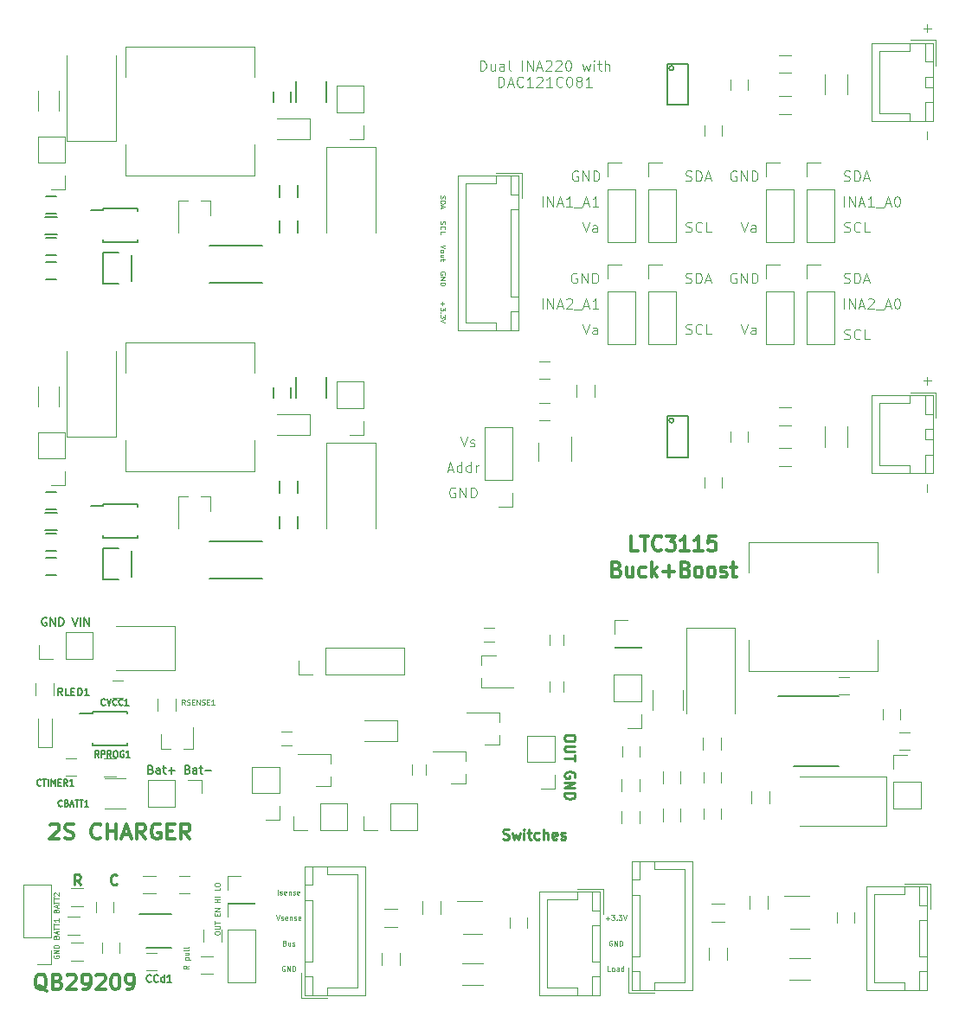
<source format=gto>
G04 #@! TF.FileFunction,Legend,Top*
%FSLAX46Y46*%
G04 Gerber Fmt 4.6, Leading zero omitted, Abs format (unit mm)*
G04 Created by KiCad (PCBNEW 4.0.5) date 07/05/17 15:10:37*
%MOMM*%
%LPD*%
G01*
G04 APERTURE LIST*
%ADD10C,0.100000*%
%ADD11C,0.300000*%
%ADD12C,0.250000*%
%ADD13C,0.175000*%
%ADD14C,0.125000*%
%ADD15C,0.120000*%
%ADD16C,0.150000*%
G04 APERTURE END LIST*
D10*
D11*
X27722572Y-99397429D02*
X27794001Y-99326000D01*
X27936858Y-99254571D01*
X28294001Y-99254571D01*
X28436858Y-99326000D01*
X28508287Y-99397429D01*
X28579715Y-99540286D01*
X28579715Y-99683143D01*
X28508287Y-99897429D01*
X27651144Y-100754571D01*
X28579715Y-100754571D01*
X29151143Y-100683143D02*
X29365429Y-100754571D01*
X29722572Y-100754571D01*
X29865429Y-100683143D01*
X29936858Y-100611714D01*
X30008286Y-100468857D01*
X30008286Y-100326000D01*
X29936858Y-100183143D01*
X29865429Y-100111714D01*
X29722572Y-100040286D01*
X29436858Y-99968857D01*
X29294000Y-99897429D01*
X29222572Y-99826000D01*
X29151143Y-99683143D01*
X29151143Y-99540286D01*
X29222572Y-99397429D01*
X29294000Y-99326000D01*
X29436858Y-99254571D01*
X29794000Y-99254571D01*
X30008286Y-99326000D01*
X32651143Y-100611714D02*
X32579714Y-100683143D01*
X32365428Y-100754571D01*
X32222571Y-100754571D01*
X32008286Y-100683143D01*
X31865428Y-100540286D01*
X31794000Y-100397429D01*
X31722571Y-100111714D01*
X31722571Y-99897429D01*
X31794000Y-99611714D01*
X31865428Y-99468857D01*
X32008286Y-99326000D01*
X32222571Y-99254571D01*
X32365428Y-99254571D01*
X32579714Y-99326000D01*
X32651143Y-99397429D01*
X33294000Y-100754571D02*
X33294000Y-99254571D01*
X33294000Y-99968857D02*
X34151143Y-99968857D01*
X34151143Y-100754571D02*
X34151143Y-99254571D01*
X34794000Y-100326000D02*
X35508286Y-100326000D01*
X34651143Y-100754571D02*
X35151143Y-99254571D01*
X35651143Y-100754571D01*
X37008286Y-100754571D02*
X36508286Y-100040286D01*
X36151143Y-100754571D02*
X36151143Y-99254571D01*
X36722571Y-99254571D01*
X36865429Y-99326000D01*
X36936857Y-99397429D01*
X37008286Y-99540286D01*
X37008286Y-99754571D01*
X36936857Y-99897429D01*
X36865429Y-99968857D01*
X36722571Y-100040286D01*
X36151143Y-100040286D01*
X38436857Y-99326000D02*
X38294000Y-99254571D01*
X38079714Y-99254571D01*
X37865429Y-99326000D01*
X37722571Y-99468857D01*
X37651143Y-99611714D01*
X37579714Y-99897429D01*
X37579714Y-100111714D01*
X37651143Y-100397429D01*
X37722571Y-100540286D01*
X37865429Y-100683143D01*
X38079714Y-100754571D01*
X38222571Y-100754571D01*
X38436857Y-100683143D01*
X38508286Y-100611714D01*
X38508286Y-100111714D01*
X38222571Y-100111714D01*
X39151143Y-99968857D02*
X39651143Y-99968857D01*
X39865429Y-100754571D02*
X39151143Y-100754571D01*
X39151143Y-99254571D01*
X39865429Y-99254571D01*
X41365429Y-100754571D02*
X40865429Y-100040286D01*
X40508286Y-100754571D02*
X40508286Y-99254571D01*
X41079714Y-99254571D01*
X41222572Y-99326000D01*
X41294000Y-99397429D01*
X41365429Y-99540286D01*
X41365429Y-99754571D01*
X41294000Y-99897429D01*
X41222572Y-99968857D01*
X41079714Y-100040286D01*
X40508286Y-100040286D01*
D12*
X79033619Y-90770438D02*
X79033619Y-90960915D01*
X78986000Y-91056153D01*
X78890762Y-91151391D01*
X78700286Y-91199010D01*
X78366952Y-91199010D01*
X78176476Y-91151391D01*
X78081238Y-91056153D01*
X78033619Y-90960915D01*
X78033619Y-90770438D01*
X78081238Y-90675200D01*
X78176476Y-90579962D01*
X78366952Y-90532343D01*
X78700286Y-90532343D01*
X78890762Y-90579962D01*
X78986000Y-90675200D01*
X79033619Y-90770438D01*
X79033619Y-91627581D02*
X78224095Y-91627581D01*
X78128857Y-91675200D01*
X78081238Y-91722819D01*
X78033619Y-91818057D01*
X78033619Y-92008534D01*
X78081238Y-92103772D01*
X78128857Y-92151391D01*
X78224095Y-92199010D01*
X79033619Y-92199010D01*
X79033619Y-92532343D02*
X79033619Y-93103772D01*
X78033619Y-92818057D02*
X79033619Y-92818057D01*
X78986000Y-94722820D02*
X79033619Y-94627582D01*
X79033619Y-94484725D01*
X78986000Y-94341867D01*
X78890762Y-94246629D01*
X78795524Y-94199010D01*
X78605048Y-94151391D01*
X78462190Y-94151391D01*
X78271714Y-94199010D01*
X78176476Y-94246629D01*
X78081238Y-94341867D01*
X78033619Y-94484725D01*
X78033619Y-94579963D01*
X78081238Y-94722820D01*
X78128857Y-94770439D01*
X78462190Y-94770439D01*
X78462190Y-94579963D01*
X78033619Y-95199010D02*
X79033619Y-95199010D01*
X78033619Y-95770439D01*
X79033619Y-95770439D01*
X78033619Y-96246629D02*
X79033619Y-96246629D01*
X79033619Y-96484724D01*
X78986000Y-96627582D01*
X78890762Y-96722820D01*
X78795524Y-96770439D01*
X78605048Y-96818058D01*
X78462190Y-96818058D01*
X78271714Y-96770439D01*
X78176476Y-96722820D01*
X78081238Y-96627582D01*
X78033619Y-96484724D01*
X78033619Y-96246629D01*
X72009381Y-100734762D02*
X72152238Y-100782381D01*
X72390334Y-100782381D01*
X72485572Y-100734762D01*
X72533191Y-100687143D01*
X72580810Y-100591905D01*
X72580810Y-100496667D01*
X72533191Y-100401429D01*
X72485572Y-100353810D01*
X72390334Y-100306190D01*
X72199857Y-100258571D01*
X72104619Y-100210952D01*
X72057000Y-100163333D01*
X72009381Y-100068095D01*
X72009381Y-99972857D01*
X72057000Y-99877619D01*
X72104619Y-99830000D01*
X72199857Y-99782381D01*
X72437953Y-99782381D01*
X72580810Y-99830000D01*
X72914143Y-100115714D02*
X73104619Y-100782381D01*
X73295096Y-100306190D01*
X73485572Y-100782381D01*
X73676048Y-100115714D01*
X74057000Y-100782381D02*
X74057000Y-100115714D01*
X74057000Y-99782381D02*
X74009381Y-99830000D01*
X74057000Y-99877619D01*
X74104619Y-99830000D01*
X74057000Y-99782381D01*
X74057000Y-99877619D01*
X74390333Y-100115714D02*
X74771285Y-100115714D01*
X74533190Y-99782381D02*
X74533190Y-100639524D01*
X74580809Y-100734762D01*
X74676047Y-100782381D01*
X74771285Y-100782381D01*
X75533191Y-100734762D02*
X75437953Y-100782381D01*
X75247476Y-100782381D01*
X75152238Y-100734762D01*
X75104619Y-100687143D01*
X75057000Y-100591905D01*
X75057000Y-100306190D01*
X75104619Y-100210952D01*
X75152238Y-100163333D01*
X75247476Y-100115714D01*
X75437953Y-100115714D01*
X75533191Y-100163333D01*
X75961762Y-100782381D02*
X75961762Y-99782381D01*
X76390334Y-100782381D02*
X76390334Y-100258571D01*
X76342715Y-100163333D01*
X76247477Y-100115714D01*
X76104619Y-100115714D01*
X76009381Y-100163333D01*
X75961762Y-100210952D01*
X77247477Y-100734762D02*
X77152239Y-100782381D01*
X76961762Y-100782381D01*
X76866524Y-100734762D01*
X76818905Y-100639524D01*
X76818905Y-100258571D01*
X76866524Y-100163333D01*
X76961762Y-100115714D01*
X77152239Y-100115714D01*
X77247477Y-100163333D01*
X77295096Y-100258571D01*
X77295096Y-100353810D01*
X76818905Y-100449048D01*
X77676048Y-100734762D02*
X77771286Y-100782381D01*
X77961762Y-100782381D01*
X78057001Y-100734762D01*
X78104620Y-100639524D01*
X78104620Y-100591905D01*
X78057001Y-100496667D01*
X77961762Y-100449048D01*
X77818905Y-100449048D01*
X77723667Y-100401429D01*
X77676048Y-100306190D01*
X77676048Y-100258571D01*
X77723667Y-100163333D01*
X77818905Y-100115714D01*
X77961762Y-100115714D01*
X78057001Y-100163333D01*
D13*
X37570667Y-114677000D02*
X37537333Y-114710333D01*
X37437333Y-114743667D01*
X37370667Y-114743667D01*
X37270667Y-114710333D01*
X37204000Y-114643667D01*
X37170667Y-114577000D01*
X37137333Y-114443667D01*
X37137333Y-114343667D01*
X37170667Y-114210333D01*
X37204000Y-114143667D01*
X37270667Y-114077000D01*
X37370667Y-114043667D01*
X37437333Y-114043667D01*
X37537333Y-114077000D01*
X37570667Y-114110333D01*
X38270667Y-114677000D02*
X38237333Y-114710333D01*
X38137333Y-114743667D01*
X38070667Y-114743667D01*
X37970667Y-114710333D01*
X37904000Y-114643667D01*
X37870667Y-114577000D01*
X37837333Y-114443667D01*
X37837333Y-114343667D01*
X37870667Y-114210333D01*
X37904000Y-114143667D01*
X37970667Y-114077000D01*
X38070667Y-114043667D01*
X38137333Y-114043667D01*
X38237333Y-114077000D01*
X38270667Y-114110333D01*
X38870667Y-114743667D02*
X38870667Y-114043667D01*
X38870667Y-114710333D02*
X38804000Y-114743667D01*
X38670667Y-114743667D01*
X38604000Y-114710333D01*
X38570667Y-114677000D01*
X38537333Y-114610333D01*
X38537333Y-114410333D01*
X38570667Y-114343667D01*
X38604000Y-114310333D01*
X38670667Y-114277000D01*
X38804000Y-114277000D01*
X38870667Y-114310333D01*
X39570666Y-114743667D02*
X39170666Y-114743667D01*
X39370666Y-114743667D02*
X39370666Y-114043667D01*
X39304000Y-114143667D01*
X39237333Y-114210333D01*
X39170666Y-114243667D01*
D12*
X34218524Y-105132143D02*
X34170905Y-105179762D01*
X34028048Y-105227381D01*
X33932810Y-105227381D01*
X33789952Y-105179762D01*
X33694714Y-105084524D01*
X33647095Y-104989286D01*
X33599476Y-104798810D01*
X33599476Y-104655952D01*
X33647095Y-104465476D01*
X33694714Y-104370238D01*
X33789952Y-104275000D01*
X33932810Y-104227381D01*
X34028048Y-104227381D01*
X34170905Y-104275000D01*
X34218524Y-104322619D01*
X30662524Y-105227381D02*
X30329190Y-104751190D01*
X30091095Y-105227381D02*
X30091095Y-104227381D01*
X30472048Y-104227381D01*
X30567286Y-104275000D01*
X30614905Y-104322619D01*
X30662524Y-104417857D01*
X30662524Y-104560714D01*
X30614905Y-104655952D01*
X30567286Y-104703571D01*
X30472048Y-104751190D01*
X30091095Y-104751190D01*
D14*
X41247190Y-113145000D02*
X41009095Y-113311667D01*
X41247190Y-113430714D02*
X40747190Y-113430714D01*
X40747190Y-113240238D01*
X40771000Y-113192619D01*
X40794810Y-113168810D01*
X40842429Y-113145000D01*
X40913857Y-113145000D01*
X40961476Y-113168810D01*
X40985286Y-113192619D01*
X41009095Y-113240238D01*
X41009095Y-113430714D01*
X40913857Y-112549762D02*
X41413857Y-112549762D01*
X40937667Y-112549762D02*
X40913857Y-112502143D01*
X40913857Y-112406905D01*
X40937667Y-112359286D01*
X40961476Y-112335477D01*
X41009095Y-112311667D01*
X41151952Y-112311667D01*
X41199571Y-112335477D01*
X41223381Y-112359286D01*
X41247190Y-112406905D01*
X41247190Y-112502143D01*
X41223381Y-112549762D01*
X40913857Y-111883096D02*
X41247190Y-111883096D01*
X40913857Y-112097381D02*
X41175762Y-112097381D01*
X41223381Y-112073572D01*
X41247190Y-112025953D01*
X41247190Y-111954524D01*
X41223381Y-111906905D01*
X41199571Y-111883096D01*
X41247190Y-111573572D02*
X41223381Y-111621191D01*
X41175762Y-111645000D01*
X40747190Y-111645000D01*
X41247190Y-111311667D02*
X41223381Y-111359286D01*
X41175762Y-111383095D01*
X40747190Y-111383095D01*
X43795190Y-109973762D02*
X43795190Y-109878524D01*
X43819000Y-109830905D01*
X43866619Y-109783286D01*
X43961857Y-109759477D01*
X44128524Y-109759477D01*
X44223762Y-109783286D01*
X44271381Y-109830905D01*
X44295190Y-109878524D01*
X44295190Y-109973762D01*
X44271381Y-110021381D01*
X44223762Y-110069000D01*
X44128524Y-110092810D01*
X43961857Y-110092810D01*
X43866619Y-110069000D01*
X43819000Y-110021381D01*
X43795190Y-109973762D01*
X43795190Y-109545190D02*
X44199952Y-109545190D01*
X44247571Y-109521381D01*
X44271381Y-109497571D01*
X44295190Y-109449952D01*
X44295190Y-109354714D01*
X44271381Y-109307095D01*
X44247571Y-109283286D01*
X44199952Y-109259476D01*
X43795190Y-109259476D01*
X43795190Y-109092809D02*
X43795190Y-108807095D01*
X44295190Y-108949952D02*
X43795190Y-108949952D01*
X44033286Y-108259476D02*
X44033286Y-108092810D01*
X44295190Y-108021381D02*
X44295190Y-108259476D01*
X43795190Y-108259476D01*
X43795190Y-108021381D01*
X44295190Y-107807095D02*
X43795190Y-107807095D01*
X44295190Y-107521381D01*
X43795190Y-107521381D01*
X44295190Y-106902333D02*
X43795190Y-106902333D01*
X44033286Y-106902333D02*
X44033286Y-106616619D01*
X44295190Y-106616619D02*
X43795190Y-106616619D01*
X44295190Y-106378523D02*
X43795190Y-106378523D01*
X44295190Y-105521381D02*
X44295190Y-105759476D01*
X43795190Y-105759476D01*
X43795190Y-105259476D02*
X43795190Y-105164238D01*
X43819000Y-105116619D01*
X43866619Y-105069000D01*
X43961857Y-105045191D01*
X44128524Y-105045191D01*
X44223762Y-105069000D01*
X44271381Y-105116619D01*
X44295190Y-105164238D01*
X44295190Y-105259476D01*
X44271381Y-105307095D01*
X44223762Y-105354714D01*
X44128524Y-105378524D01*
X43961857Y-105378524D01*
X43866619Y-105354714D01*
X43819000Y-105307095D01*
X43795190Y-105259476D01*
X28071000Y-112148570D02*
X28047190Y-112196189D01*
X28047190Y-112267617D01*
X28071000Y-112339046D01*
X28118619Y-112386665D01*
X28166238Y-112410474D01*
X28261476Y-112434284D01*
X28332905Y-112434284D01*
X28428143Y-112410474D01*
X28475762Y-112386665D01*
X28523381Y-112339046D01*
X28547190Y-112267617D01*
X28547190Y-112219998D01*
X28523381Y-112148570D01*
X28499571Y-112124760D01*
X28332905Y-112124760D01*
X28332905Y-112219998D01*
X28547190Y-111910474D02*
X28047190Y-111910474D01*
X28547190Y-111624760D01*
X28047190Y-111624760D01*
X28547190Y-111386664D02*
X28047190Y-111386664D01*
X28047190Y-111267617D01*
X28071000Y-111196188D01*
X28118619Y-111148569D01*
X28166238Y-111124760D01*
X28261476Y-111100950D01*
X28332905Y-111100950D01*
X28428143Y-111124760D01*
X28475762Y-111148569D01*
X28523381Y-111196188D01*
X28547190Y-111267617D01*
X28547190Y-111386664D01*
X28285286Y-110339046D02*
X28309095Y-110267617D01*
X28332905Y-110243808D01*
X28380524Y-110219998D01*
X28451952Y-110219998D01*
X28499571Y-110243808D01*
X28523381Y-110267617D01*
X28547190Y-110315236D01*
X28547190Y-110505712D01*
X28047190Y-110505712D01*
X28047190Y-110339046D01*
X28071000Y-110291427D01*
X28094810Y-110267617D01*
X28142429Y-110243808D01*
X28190048Y-110243808D01*
X28237667Y-110267617D01*
X28261476Y-110291427D01*
X28285286Y-110339046D01*
X28285286Y-110505712D01*
X28404333Y-110029522D02*
X28404333Y-109791427D01*
X28547190Y-110077141D02*
X28047190Y-109910474D01*
X28547190Y-109743808D01*
X28047190Y-109648570D02*
X28047190Y-109362856D01*
X28547190Y-109505713D02*
X28047190Y-109505713D01*
X28047190Y-109267618D02*
X28047190Y-108981904D01*
X28547190Y-109124761D02*
X28047190Y-109124761D01*
X28547190Y-108553333D02*
X28547190Y-108839047D01*
X28547190Y-108696190D02*
X28047190Y-108696190D01*
X28118619Y-108743809D01*
X28166238Y-108791428D01*
X28190048Y-108839047D01*
X28285286Y-107791429D02*
X28309095Y-107720000D01*
X28332905Y-107696191D01*
X28380524Y-107672381D01*
X28451952Y-107672381D01*
X28499571Y-107696191D01*
X28523381Y-107720000D01*
X28547190Y-107767619D01*
X28547190Y-107958095D01*
X28047190Y-107958095D01*
X28047190Y-107791429D01*
X28071000Y-107743810D01*
X28094810Y-107720000D01*
X28142429Y-107696191D01*
X28190048Y-107696191D01*
X28237667Y-107720000D01*
X28261476Y-107743810D01*
X28285286Y-107791429D01*
X28285286Y-107958095D01*
X28404333Y-107481905D02*
X28404333Y-107243810D01*
X28547190Y-107529524D02*
X28047190Y-107362857D01*
X28547190Y-107196191D01*
X28047190Y-107100953D02*
X28047190Y-106815239D01*
X28547190Y-106958096D02*
X28047190Y-106958096D01*
X28047190Y-106720001D02*
X28047190Y-106434287D01*
X28547190Y-106577144D02*
X28047190Y-106577144D01*
X28094810Y-106291430D02*
X28071000Y-106267620D01*
X28047190Y-106220001D01*
X28047190Y-106100954D01*
X28071000Y-106053335D01*
X28094810Y-106029525D01*
X28142429Y-106005716D01*
X28190048Y-106005716D01*
X28261476Y-106029525D01*
X28547190Y-106315239D01*
X28547190Y-106005716D01*
D11*
X27365001Y-115629429D02*
X27222144Y-115558000D01*
X27079287Y-115415143D01*
X26865001Y-115200857D01*
X26722144Y-115129429D01*
X26579287Y-115129429D01*
X26650715Y-115486571D02*
X26507858Y-115415143D01*
X26365001Y-115272286D01*
X26293572Y-114986571D01*
X26293572Y-114486571D01*
X26365001Y-114200857D01*
X26507858Y-114058000D01*
X26650715Y-113986571D01*
X26936429Y-113986571D01*
X27079287Y-114058000D01*
X27222144Y-114200857D01*
X27293572Y-114486571D01*
X27293572Y-114986571D01*
X27222144Y-115272286D01*
X27079287Y-115415143D01*
X26936429Y-115486571D01*
X26650715Y-115486571D01*
X28436430Y-114700857D02*
X28650716Y-114772286D01*
X28722144Y-114843714D01*
X28793573Y-114986571D01*
X28793573Y-115200857D01*
X28722144Y-115343714D01*
X28650716Y-115415143D01*
X28507858Y-115486571D01*
X27936430Y-115486571D01*
X27936430Y-113986571D01*
X28436430Y-113986571D01*
X28579287Y-114058000D01*
X28650716Y-114129429D01*
X28722144Y-114272286D01*
X28722144Y-114415143D01*
X28650716Y-114558000D01*
X28579287Y-114629429D01*
X28436430Y-114700857D01*
X27936430Y-114700857D01*
X29365001Y-114129429D02*
X29436430Y-114058000D01*
X29579287Y-113986571D01*
X29936430Y-113986571D01*
X30079287Y-114058000D01*
X30150716Y-114129429D01*
X30222144Y-114272286D01*
X30222144Y-114415143D01*
X30150716Y-114629429D01*
X29293573Y-115486571D01*
X30222144Y-115486571D01*
X30936429Y-115486571D02*
X31222144Y-115486571D01*
X31365001Y-115415143D01*
X31436429Y-115343714D01*
X31579287Y-115129429D01*
X31650715Y-114843714D01*
X31650715Y-114272286D01*
X31579287Y-114129429D01*
X31507858Y-114058000D01*
X31365001Y-113986571D01*
X31079287Y-113986571D01*
X30936429Y-114058000D01*
X30865001Y-114129429D01*
X30793572Y-114272286D01*
X30793572Y-114629429D01*
X30865001Y-114772286D01*
X30936429Y-114843714D01*
X31079287Y-114915143D01*
X31365001Y-114915143D01*
X31507858Y-114843714D01*
X31579287Y-114772286D01*
X31650715Y-114629429D01*
X32222143Y-114129429D02*
X32293572Y-114058000D01*
X32436429Y-113986571D01*
X32793572Y-113986571D01*
X32936429Y-114058000D01*
X33007858Y-114129429D01*
X33079286Y-114272286D01*
X33079286Y-114415143D01*
X33007858Y-114629429D01*
X32150715Y-115486571D01*
X33079286Y-115486571D01*
X34007857Y-113986571D02*
X34150714Y-113986571D01*
X34293571Y-114058000D01*
X34365000Y-114129429D01*
X34436429Y-114272286D01*
X34507857Y-114558000D01*
X34507857Y-114915143D01*
X34436429Y-115200857D01*
X34365000Y-115343714D01*
X34293571Y-115415143D01*
X34150714Y-115486571D01*
X34007857Y-115486571D01*
X33865000Y-115415143D01*
X33793571Y-115343714D01*
X33722143Y-115200857D01*
X33650714Y-114915143D01*
X33650714Y-114558000D01*
X33722143Y-114272286D01*
X33793571Y-114129429D01*
X33865000Y-114058000D01*
X34007857Y-113986571D01*
X35222142Y-115486571D02*
X35507857Y-115486571D01*
X35650714Y-115415143D01*
X35722142Y-115343714D01*
X35865000Y-115129429D01*
X35936428Y-114843714D01*
X35936428Y-114272286D01*
X35865000Y-114129429D01*
X35793571Y-114058000D01*
X35650714Y-113986571D01*
X35365000Y-113986571D01*
X35222142Y-114058000D01*
X35150714Y-114129429D01*
X35079285Y-114272286D01*
X35079285Y-114629429D01*
X35150714Y-114772286D01*
X35222142Y-114843714D01*
X35365000Y-114915143D01*
X35650714Y-114915143D01*
X35793571Y-114843714D01*
X35865000Y-114772286D01*
X35936428Y-114629429D01*
D10*
X82024001Y-108499714D02*
X82404953Y-108499714D01*
X82214477Y-108690190D02*
X82214477Y-108309238D01*
X82595430Y-108190190D02*
X82904953Y-108190190D01*
X82738287Y-108380667D01*
X82809715Y-108380667D01*
X82857334Y-108404476D01*
X82881144Y-108428286D01*
X82904953Y-108475905D01*
X82904953Y-108594952D01*
X82881144Y-108642571D01*
X82857334Y-108666381D01*
X82809715Y-108690190D01*
X82666858Y-108690190D01*
X82619239Y-108666381D01*
X82595430Y-108642571D01*
X83119239Y-108642571D02*
X83143048Y-108666381D01*
X83119239Y-108690190D01*
X83095429Y-108666381D01*
X83119239Y-108642571D01*
X83119239Y-108690190D01*
X83309715Y-108190190D02*
X83619238Y-108190190D01*
X83452572Y-108380667D01*
X83524000Y-108380667D01*
X83571619Y-108404476D01*
X83595429Y-108428286D01*
X83619238Y-108475905D01*
X83619238Y-108594952D01*
X83595429Y-108642571D01*
X83571619Y-108666381D01*
X83524000Y-108690190D01*
X83381143Y-108690190D01*
X83333524Y-108666381D01*
X83309715Y-108642571D01*
X83762095Y-108190190D02*
X83928762Y-108690190D01*
X84095428Y-108190190D01*
X82643047Y-110714000D02*
X82595428Y-110690190D01*
X82524000Y-110690190D01*
X82452571Y-110714000D01*
X82404952Y-110761619D01*
X82381143Y-110809238D01*
X82357333Y-110904476D01*
X82357333Y-110975905D01*
X82381143Y-111071143D01*
X82404952Y-111118762D01*
X82452571Y-111166381D01*
X82524000Y-111190190D01*
X82571619Y-111190190D01*
X82643047Y-111166381D01*
X82666857Y-111142571D01*
X82666857Y-110975905D01*
X82571619Y-110975905D01*
X82881143Y-111190190D02*
X82881143Y-110690190D01*
X83166857Y-111190190D01*
X83166857Y-110690190D01*
X83404953Y-111190190D02*
X83404953Y-110690190D01*
X83524000Y-110690190D01*
X83595429Y-110714000D01*
X83643048Y-110761619D01*
X83666857Y-110809238D01*
X83690667Y-110904476D01*
X83690667Y-110975905D01*
X83666857Y-111071143D01*
X83643048Y-111118762D01*
X83595429Y-111166381D01*
X83524000Y-111190190D01*
X83404953Y-111190190D01*
X82500191Y-113690190D02*
X82262096Y-113690190D01*
X82262096Y-113190190D01*
X82738286Y-113690190D02*
X82690667Y-113666381D01*
X82666858Y-113642571D01*
X82643048Y-113594952D01*
X82643048Y-113452095D01*
X82666858Y-113404476D01*
X82690667Y-113380667D01*
X82738286Y-113356857D01*
X82809715Y-113356857D01*
X82857334Y-113380667D01*
X82881143Y-113404476D01*
X82904953Y-113452095D01*
X82904953Y-113594952D01*
X82881143Y-113642571D01*
X82857334Y-113666381D01*
X82809715Y-113690190D01*
X82738286Y-113690190D01*
X83333524Y-113690190D02*
X83333524Y-113428286D01*
X83309715Y-113380667D01*
X83262096Y-113356857D01*
X83166858Y-113356857D01*
X83119239Y-113380667D01*
X83333524Y-113666381D02*
X83285905Y-113690190D01*
X83166858Y-113690190D01*
X83119239Y-113666381D01*
X83095429Y-113618762D01*
X83095429Y-113571143D01*
X83119239Y-113523524D01*
X83166858Y-113499714D01*
X83285905Y-113499714D01*
X83333524Y-113475905D01*
X83785905Y-113690190D02*
X83785905Y-113190190D01*
X83785905Y-113666381D02*
X83738286Y-113690190D01*
X83643048Y-113690190D01*
X83595429Y-113666381D01*
X83571620Y-113642571D01*
X83547810Y-113594952D01*
X83547810Y-113452095D01*
X83571620Y-113404476D01*
X83595429Y-113380667D01*
X83643048Y-113356857D01*
X83738286Y-113356857D01*
X83785905Y-113380667D01*
X49797810Y-108190190D02*
X49964477Y-108690190D01*
X50131143Y-108190190D01*
X50274000Y-108666381D02*
X50321619Y-108690190D01*
X50416857Y-108690190D01*
X50464476Y-108666381D01*
X50488286Y-108618762D01*
X50488286Y-108594952D01*
X50464476Y-108547333D01*
X50416857Y-108523524D01*
X50345429Y-108523524D01*
X50297810Y-108499714D01*
X50274000Y-108452095D01*
X50274000Y-108428286D01*
X50297810Y-108380667D01*
X50345429Y-108356857D01*
X50416857Y-108356857D01*
X50464476Y-108380667D01*
X50893048Y-108666381D02*
X50845429Y-108690190D01*
X50750191Y-108690190D01*
X50702572Y-108666381D01*
X50678762Y-108618762D01*
X50678762Y-108428286D01*
X50702572Y-108380667D01*
X50750191Y-108356857D01*
X50845429Y-108356857D01*
X50893048Y-108380667D01*
X50916857Y-108428286D01*
X50916857Y-108475905D01*
X50678762Y-108523524D01*
X51131143Y-108356857D02*
X51131143Y-108690190D01*
X51131143Y-108404476D02*
X51154952Y-108380667D01*
X51202571Y-108356857D01*
X51274000Y-108356857D01*
X51321619Y-108380667D01*
X51345428Y-108428286D01*
X51345428Y-108690190D01*
X51559714Y-108666381D02*
X51607333Y-108690190D01*
X51702571Y-108690190D01*
X51750190Y-108666381D01*
X51774000Y-108618762D01*
X51774000Y-108594952D01*
X51750190Y-108547333D01*
X51702571Y-108523524D01*
X51631143Y-108523524D01*
X51583524Y-108499714D01*
X51559714Y-108452095D01*
X51559714Y-108428286D01*
X51583524Y-108380667D01*
X51631143Y-108356857D01*
X51702571Y-108356857D01*
X51750190Y-108380667D01*
X52178762Y-108666381D02*
X52131143Y-108690190D01*
X52035905Y-108690190D01*
X51988286Y-108666381D01*
X51964476Y-108618762D01*
X51964476Y-108428286D01*
X51988286Y-108380667D01*
X52035905Y-108356857D01*
X52131143Y-108356857D01*
X52178762Y-108380667D01*
X52202571Y-108428286D01*
X52202571Y-108475905D01*
X51964476Y-108523524D01*
X49964477Y-106190190D02*
X49964477Y-105690190D01*
X50178762Y-106166381D02*
X50226381Y-106190190D01*
X50321619Y-106190190D01*
X50369238Y-106166381D01*
X50393048Y-106118762D01*
X50393048Y-106094952D01*
X50369238Y-106047333D01*
X50321619Y-106023524D01*
X50250191Y-106023524D01*
X50202572Y-105999714D01*
X50178762Y-105952095D01*
X50178762Y-105928286D01*
X50202572Y-105880667D01*
X50250191Y-105856857D01*
X50321619Y-105856857D01*
X50369238Y-105880667D01*
X50797810Y-106166381D02*
X50750191Y-106190190D01*
X50654953Y-106190190D01*
X50607334Y-106166381D01*
X50583524Y-106118762D01*
X50583524Y-105928286D01*
X50607334Y-105880667D01*
X50654953Y-105856857D01*
X50750191Y-105856857D01*
X50797810Y-105880667D01*
X50821619Y-105928286D01*
X50821619Y-105975905D01*
X50583524Y-106023524D01*
X51035905Y-105856857D02*
X51035905Y-106190190D01*
X51035905Y-105904476D02*
X51059714Y-105880667D01*
X51107333Y-105856857D01*
X51178762Y-105856857D01*
X51226381Y-105880667D01*
X51250190Y-105928286D01*
X51250190Y-106190190D01*
X51464476Y-106166381D02*
X51512095Y-106190190D01*
X51607333Y-106190190D01*
X51654952Y-106166381D01*
X51678762Y-106118762D01*
X51678762Y-106094952D01*
X51654952Y-106047333D01*
X51607333Y-106023524D01*
X51535905Y-106023524D01*
X51488286Y-105999714D01*
X51464476Y-105952095D01*
X51464476Y-105928286D01*
X51488286Y-105880667D01*
X51535905Y-105856857D01*
X51607333Y-105856857D01*
X51654952Y-105880667D01*
X52083524Y-106166381D02*
X52035905Y-106190190D01*
X51940667Y-106190190D01*
X51893048Y-106166381D01*
X51869238Y-106118762D01*
X51869238Y-105928286D01*
X51893048Y-105880667D01*
X51940667Y-105856857D01*
X52035905Y-105856857D01*
X52083524Y-105880667D01*
X52107333Y-105928286D01*
X52107333Y-105975905D01*
X51869238Y-106023524D01*
X50631143Y-110928286D02*
X50702572Y-110952095D01*
X50726381Y-110975905D01*
X50750191Y-111023524D01*
X50750191Y-111094952D01*
X50726381Y-111142571D01*
X50702572Y-111166381D01*
X50654953Y-111190190D01*
X50464477Y-111190190D01*
X50464477Y-110690190D01*
X50631143Y-110690190D01*
X50678762Y-110714000D01*
X50702572Y-110737810D01*
X50726381Y-110785429D01*
X50726381Y-110833048D01*
X50702572Y-110880667D01*
X50678762Y-110904476D01*
X50631143Y-110928286D01*
X50464477Y-110928286D01*
X51178762Y-110856857D02*
X51178762Y-111190190D01*
X50964477Y-110856857D02*
X50964477Y-111118762D01*
X50988286Y-111166381D01*
X51035905Y-111190190D01*
X51107334Y-111190190D01*
X51154953Y-111166381D01*
X51178762Y-111142571D01*
X51393048Y-111166381D02*
X51440667Y-111190190D01*
X51535905Y-111190190D01*
X51583524Y-111166381D01*
X51607334Y-111118762D01*
X51607334Y-111094952D01*
X51583524Y-111047333D01*
X51535905Y-111023524D01*
X51464477Y-111023524D01*
X51416858Y-110999714D01*
X51393048Y-110952095D01*
X51393048Y-110928286D01*
X51416858Y-110880667D01*
X51464477Y-110856857D01*
X51535905Y-110856857D01*
X51583524Y-110880667D01*
X50643047Y-113214000D02*
X50595428Y-113190190D01*
X50524000Y-113190190D01*
X50452571Y-113214000D01*
X50404952Y-113261619D01*
X50381143Y-113309238D01*
X50357333Y-113404476D01*
X50357333Y-113475905D01*
X50381143Y-113571143D01*
X50404952Y-113618762D01*
X50452571Y-113666381D01*
X50524000Y-113690190D01*
X50571619Y-113690190D01*
X50643047Y-113666381D01*
X50666857Y-113642571D01*
X50666857Y-113475905D01*
X50571619Y-113475905D01*
X50881143Y-113690190D02*
X50881143Y-113190190D01*
X51166857Y-113690190D01*
X51166857Y-113190190D01*
X51404953Y-113690190D02*
X51404953Y-113190190D01*
X51524000Y-113190190D01*
X51595429Y-113214000D01*
X51643048Y-113261619D01*
X51666857Y-113309238D01*
X51690667Y-113404476D01*
X51690667Y-113475905D01*
X51666857Y-113571143D01*
X51643048Y-113618762D01*
X51595429Y-113666381D01*
X51524000Y-113690190D01*
X51404953Y-113690190D01*
X79210096Y-45366000D02*
X79114858Y-45318381D01*
X78972001Y-45318381D01*
X78829143Y-45366000D01*
X78733905Y-45461238D01*
X78686286Y-45556476D01*
X78638667Y-45746952D01*
X78638667Y-45889810D01*
X78686286Y-46080286D01*
X78733905Y-46175524D01*
X78829143Y-46270762D01*
X78972001Y-46318381D01*
X79067239Y-46318381D01*
X79210096Y-46270762D01*
X79257715Y-46223143D01*
X79257715Y-45889810D01*
X79067239Y-45889810D01*
X79686286Y-46318381D02*
X79686286Y-45318381D01*
X80257715Y-46318381D01*
X80257715Y-45318381D01*
X80733905Y-46318381D02*
X80733905Y-45318381D01*
X80972000Y-45318381D01*
X81114858Y-45366000D01*
X81210096Y-45461238D01*
X81257715Y-45556476D01*
X81305334Y-45746952D01*
X81305334Y-45889810D01*
X81257715Y-46080286D01*
X81210096Y-46175524D01*
X81114858Y-46270762D01*
X80972000Y-46318381D01*
X80733905Y-46318381D01*
X113500571Y-31485048D02*
X113500571Y-32246953D01*
X113500571Y-20985048D02*
X113500571Y-21746953D01*
X113119619Y-21366001D02*
X113881524Y-21366001D01*
X113500571Y-65985048D02*
X113500571Y-66746953D01*
X113500571Y-55485048D02*
X113500571Y-56246953D01*
X113119619Y-55866001D02*
X113881524Y-55866001D01*
X66036286Y-48128001D02*
X66036286Y-48508953D01*
X65845810Y-48318477D02*
X66226762Y-48318477D01*
X66345810Y-48699430D02*
X66345810Y-49008953D01*
X66155333Y-48842287D01*
X66155333Y-48913715D01*
X66131524Y-48961334D01*
X66107714Y-48985144D01*
X66060095Y-49008953D01*
X65941048Y-49008953D01*
X65893429Y-48985144D01*
X65869619Y-48961334D01*
X65845810Y-48913715D01*
X65845810Y-48770858D01*
X65869619Y-48723239D01*
X65893429Y-48699430D01*
X65893429Y-49223239D02*
X65869619Y-49247048D01*
X65845810Y-49223239D01*
X65869619Y-49199429D01*
X65893429Y-49223239D01*
X65845810Y-49223239D01*
X66345810Y-49413715D02*
X66345810Y-49723238D01*
X66155333Y-49556572D01*
X66155333Y-49628000D01*
X66131524Y-49675619D01*
X66107714Y-49699429D01*
X66060095Y-49723238D01*
X65941048Y-49723238D01*
X65893429Y-49699429D01*
X65869619Y-49675619D01*
X65845810Y-49628000D01*
X65845810Y-49485143D01*
X65869619Y-49437524D01*
X65893429Y-49413715D01*
X66345810Y-49866095D02*
X65845810Y-50032762D01*
X66345810Y-50199428D01*
X66322000Y-45485047D02*
X66345810Y-45437428D01*
X66345810Y-45366000D01*
X66322000Y-45294571D01*
X66274381Y-45246952D01*
X66226762Y-45223143D01*
X66131524Y-45199333D01*
X66060095Y-45199333D01*
X65964857Y-45223143D01*
X65917238Y-45246952D01*
X65869619Y-45294571D01*
X65845810Y-45366000D01*
X65845810Y-45413619D01*
X65869619Y-45485047D01*
X65893429Y-45508857D01*
X66060095Y-45508857D01*
X66060095Y-45413619D01*
X65845810Y-45723143D02*
X66345810Y-45723143D01*
X65845810Y-46008857D01*
X66345810Y-46008857D01*
X65845810Y-46246953D02*
X66345810Y-46246953D01*
X66345810Y-46366000D01*
X66322000Y-46437429D01*
X66274381Y-46485048D01*
X66226762Y-46508857D01*
X66131524Y-46532667D01*
X66060095Y-46532667D01*
X65964857Y-46508857D01*
X65917238Y-46485048D01*
X65869619Y-46437429D01*
X65845810Y-46366000D01*
X65845810Y-46246953D01*
X66345810Y-42604096D02*
X65845810Y-42770763D01*
X66345810Y-42937429D01*
X65845810Y-43175524D02*
X65869619Y-43127905D01*
X65893429Y-43104096D01*
X65941048Y-43080286D01*
X66083905Y-43080286D01*
X66131524Y-43104096D01*
X66155333Y-43127905D01*
X66179143Y-43175524D01*
X66179143Y-43246953D01*
X66155333Y-43294572D01*
X66131524Y-43318381D01*
X66083905Y-43342191D01*
X65941048Y-43342191D01*
X65893429Y-43318381D01*
X65869619Y-43294572D01*
X65845810Y-43246953D01*
X65845810Y-43175524D01*
X66179143Y-43770762D02*
X65845810Y-43770762D01*
X66179143Y-43556477D02*
X65917238Y-43556477D01*
X65869619Y-43580286D01*
X65845810Y-43627905D01*
X65845810Y-43699334D01*
X65869619Y-43746953D01*
X65893429Y-43770762D01*
X66179143Y-43937429D02*
X66179143Y-44127905D01*
X66345810Y-44008858D02*
X65917238Y-44008858D01*
X65869619Y-44032667D01*
X65845810Y-44080286D01*
X65845810Y-44127905D01*
X65869619Y-40270762D02*
X65845810Y-40342191D01*
X65845810Y-40461238D01*
X65869619Y-40508857D01*
X65893429Y-40532667D01*
X65941048Y-40556476D01*
X65988667Y-40556476D01*
X66036286Y-40532667D01*
X66060095Y-40508857D01*
X66083905Y-40461238D01*
X66107714Y-40366000D01*
X66131524Y-40318381D01*
X66155333Y-40294572D01*
X66202952Y-40270762D01*
X66250571Y-40270762D01*
X66298190Y-40294572D01*
X66322000Y-40318381D01*
X66345810Y-40366000D01*
X66345810Y-40485048D01*
X66322000Y-40556476D01*
X65893429Y-41056476D02*
X65869619Y-41032666D01*
X65845810Y-40961238D01*
X65845810Y-40913619D01*
X65869619Y-40842190D01*
X65917238Y-40794571D01*
X65964857Y-40770762D01*
X66060095Y-40746952D01*
X66131524Y-40746952D01*
X66226762Y-40770762D01*
X66274381Y-40794571D01*
X66322000Y-40842190D01*
X66345810Y-40913619D01*
X66345810Y-40961238D01*
X66322000Y-41032666D01*
X66298190Y-41056476D01*
X65845810Y-41508857D02*
X65845810Y-41270762D01*
X66345810Y-41270762D01*
X65869619Y-37758858D02*
X65845810Y-37830287D01*
X65845810Y-37949334D01*
X65869619Y-37996953D01*
X65893429Y-38020763D01*
X65941048Y-38044572D01*
X65988667Y-38044572D01*
X66036286Y-38020763D01*
X66060095Y-37996953D01*
X66083905Y-37949334D01*
X66107714Y-37854096D01*
X66131524Y-37806477D01*
X66155333Y-37782668D01*
X66202952Y-37758858D01*
X66250571Y-37758858D01*
X66298190Y-37782668D01*
X66322000Y-37806477D01*
X66345810Y-37854096D01*
X66345810Y-37973144D01*
X66322000Y-38044572D01*
X65845810Y-38258858D02*
X66345810Y-38258858D01*
X66345810Y-38377905D01*
X66322000Y-38449334D01*
X66274381Y-38496953D01*
X66226762Y-38520762D01*
X66131524Y-38544572D01*
X66060095Y-38544572D01*
X65964857Y-38520762D01*
X65917238Y-38496953D01*
X65869619Y-38449334D01*
X65845810Y-38377905D01*
X65845810Y-38258858D01*
X65988667Y-38735048D02*
X65988667Y-38973143D01*
X65845810Y-38687429D02*
X66345810Y-38854096D01*
X65845810Y-39020762D01*
X69762476Y-25518381D02*
X69762476Y-24518381D01*
X70000571Y-24518381D01*
X70143429Y-24566000D01*
X70238667Y-24661238D01*
X70286286Y-24756476D01*
X70333905Y-24946952D01*
X70333905Y-25089810D01*
X70286286Y-25280286D01*
X70238667Y-25375524D01*
X70143429Y-25470762D01*
X70000571Y-25518381D01*
X69762476Y-25518381D01*
X71191048Y-24851714D02*
X71191048Y-25518381D01*
X70762476Y-24851714D02*
X70762476Y-25375524D01*
X70810095Y-25470762D01*
X70905333Y-25518381D01*
X71048191Y-25518381D01*
X71143429Y-25470762D01*
X71191048Y-25423143D01*
X72095810Y-25518381D02*
X72095810Y-24994571D01*
X72048191Y-24899333D01*
X71952953Y-24851714D01*
X71762476Y-24851714D01*
X71667238Y-24899333D01*
X72095810Y-25470762D02*
X72000572Y-25518381D01*
X71762476Y-25518381D01*
X71667238Y-25470762D01*
X71619619Y-25375524D01*
X71619619Y-25280286D01*
X71667238Y-25185048D01*
X71762476Y-25137429D01*
X72000572Y-25137429D01*
X72095810Y-25089810D01*
X72714857Y-25518381D02*
X72619619Y-25470762D01*
X72572000Y-25375524D01*
X72572000Y-24518381D01*
X73857715Y-25518381D02*
X73857715Y-24518381D01*
X74333905Y-25518381D02*
X74333905Y-24518381D01*
X74905334Y-25518381D01*
X74905334Y-24518381D01*
X75333905Y-25232667D02*
X75810096Y-25232667D01*
X75238667Y-25518381D02*
X75572000Y-24518381D01*
X75905334Y-25518381D01*
X76191048Y-24613619D02*
X76238667Y-24566000D01*
X76333905Y-24518381D01*
X76572001Y-24518381D01*
X76667239Y-24566000D01*
X76714858Y-24613619D01*
X76762477Y-24708857D01*
X76762477Y-24804095D01*
X76714858Y-24946952D01*
X76143429Y-25518381D01*
X76762477Y-25518381D01*
X77143429Y-24613619D02*
X77191048Y-24566000D01*
X77286286Y-24518381D01*
X77524382Y-24518381D01*
X77619620Y-24566000D01*
X77667239Y-24613619D01*
X77714858Y-24708857D01*
X77714858Y-24804095D01*
X77667239Y-24946952D01*
X77095810Y-25518381D01*
X77714858Y-25518381D01*
X78333905Y-24518381D02*
X78429144Y-24518381D01*
X78524382Y-24566000D01*
X78572001Y-24613619D01*
X78619620Y-24708857D01*
X78667239Y-24899333D01*
X78667239Y-25137429D01*
X78619620Y-25327905D01*
X78572001Y-25423143D01*
X78524382Y-25470762D01*
X78429144Y-25518381D01*
X78333905Y-25518381D01*
X78238667Y-25470762D01*
X78191048Y-25423143D01*
X78143429Y-25327905D01*
X78095810Y-25137429D01*
X78095810Y-24899333D01*
X78143429Y-24708857D01*
X78191048Y-24613619D01*
X78238667Y-24566000D01*
X78333905Y-24518381D01*
X79762477Y-24851714D02*
X79952953Y-25518381D01*
X80143430Y-25042190D01*
X80333906Y-25518381D01*
X80524382Y-24851714D01*
X80905334Y-25518381D02*
X80905334Y-24851714D01*
X80905334Y-24518381D02*
X80857715Y-24566000D01*
X80905334Y-24613619D01*
X80952953Y-24566000D01*
X80905334Y-24518381D01*
X80905334Y-24613619D01*
X81238667Y-24851714D02*
X81619619Y-24851714D01*
X81381524Y-24518381D02*
X81381524Y-25375524D01*
X81429143Y-25470762D01*
X81524381Y-25518381D01*
X81619619Y-25518381D01*
X81952953Y-25518381D02*
X81952953Y-24518381D01*
X82381525Y-25518381D02*
X82381525Y-24994571D01*
X82333906Y-24899333D01*
X82238668Y-24851714D01*
X82095810Y-24851714D01*
X82000572Y-24899333D01*
X81952953Y-24946952D01*
X71524381Y-27118381D02*
X71524381Y-26118381D01*
X71762476Y-26118381D01*
X71905334Y-26166000D01*
X72000572Y-26261238D01*
X72048191Y-26356476D01*
X72095810Y-26546952D01*
X72095810Y-26689810D01*
X72048191Y-26880286D01*
X72000572Y-26975524D01*
X71905334Y-27070762D01*
X71762476Y-27118381D01*
X71524381Y-27118381D01*
X72476762Y-26832667D02*
X72952953Y-26832667D01*
X72381524Y-27118381D02*
X72714857Y-26118381D01*
X73048191Y-27118381D01*
X73952953Y-27023143D02*
X73905334Y-27070762D01*
X73762477Y-27118381D01*
X73667239Y-27118381D01*
X73524381Y-27070762D01*
X73429143Y-26975524D01*
X73381524Y-26880286D01*
X73333905Y-26689810D01*
X73333905Y-26546952D01*
X73381524Y-26356476D01*
X73429143Y-26261238D01*
X73524381Y-26166000D01*
X73667239Y-26118381D01*
X73762477Y-26118381D01*
X73905334Y-26166000D01*
X73952953Y-26213619D01*
X74905334Y-27118381D02*
X74333905Y-27118381D01*
X74619619Y-27118381D02*
X74619619Y-26118381D01*
X74524381Y-26261238D01*
X74429143Y-26356476D01*
X74333905Y-26404095D01*
X75286286Y-26213619D02*
X75333905Y-26166000D01*
X75429143Y-26118381D01*
X75667239Y-26118381D01*
X75762477Y-26166000D01*
X75810096Y-26213619D01*
X75857715Y-26308857D01*
X75857715Y-26404095D01*
X75810096Y-26546952D01*
X75238667Y-27118381D01*
X75857715Y-27118381D01*
X76810096Y-27118381D02*
X76238667Y-27118381D01*
X76524381Y-27118381D02*
X76524381Y-26118381D01*
X76429143Y-26261238D01*
X76333905Y-26356476D01*
X76238667Y-26404095D01*
X77810096Y-27023143D02*
X77762477Y-27070762D01*
X77619620Y-27118381D01*
X77524382Y-27118381D01*
X77381524Y-27070762D01*
X77286286Y-26975524D01*
X77238667Y-26880286D01*
X77191048Y-26689810D01*
X77191048Y-26546952D01*
X77238667Y-26356476D01*
X77286286Y-26261238D01*
X77381524Y-26166000D01*
X77524382Y-26118381D01*
X77619620Y-26118381D01*
X77762477Y-26166000D01*
X77810096Y-26213619D01*
X78429143Y-26118381D02*
X78524382Y-26118381D01*
X78619620Y-26166000D01*
X78667239Y-26213619D01*
X78714858Y-26308857D01*
X78762477Y-26499333D01*
X78762477Y-26737429D01*
X78714858Y-26927905D01*
X78667239Y-27023143D01*
X78619620Y-27070762D01*
X78524382Y-27118381D01*
X78429143Y-27118381D01*
X78333905Y-27070762D01*
X78286286Y-27023143D01*
X78238667Y-26927905D01*
X78191048Y-26737429D01*
X78191048Y-26499333D01*
X78238667Y-26308857D01*
X78286286Y-26213619D01*
X78333905Y-26166000D01*
X78429143Y-26118381D01*
X79333905Y-26546952D02*
X79238667Y-26499333D01*
X79191048Y-26451714D01*
X79143429Y-26356476D01*
X79143429Y-26308857D01*
X79191048Y-26213619D01*
X79238667Y-26166000D01*
X79333905Y-26118381D01*
X79524382Y-26118381D01*
X79619620Y-26166000D01*
X79667239Y-26213619D01*
X79714858Y-26308857D01*
X79714858Y-26356476D01*
X79667239Y-26451714D01*
X79619620Y-26499333D01*
X79524382Y-26546952D01*
X79333905Y-26546952D01*
X79238667Y-26594571D01*
X79191048Y-26642190D01*
X79143429Y-26737429D01*
X79143429Y-26927905D01*
X79191048Y-27023143D01*
X79238667Y-27070762D01*
X79333905Y-27118381D01*
X79524382Y-27118381D01*
X79619620Y-27070762D01*
X79667239Y-27023143D01*
X79714858Y-26927905D01*
X79714858Y-26737429D01*
X79667239Y-26642190D01*
X79619620Y-26594571D01*
X79524382Y-26546952D01*
X80667239Y-27118381D02*
X80095810Y-27118381D01*
X80381524Y-27118381D02*
X80381524Y-26118381D01*
X80286286Y-26261238D01*
X80191048Y-26356476D01*
X80095810Y-26404095D01*
X66619619Y-64532667D02*
X67095810Y-64532667D01*
X66524381Y-64818381D02*
X66857714Y-63818381D01*
X67191048Y-64818381D01*
X67952953Y-64818381D02*
X67952953Y-63818381D01*
X67952953Y-64770762D02*
X67857715Y-64818381D01*
X67667238Y-64818381D01*
X67572000Y-64770762D01*
X67524381Y-64723143D01*
X67476762Y-64627905D01*
X67476762Y-64342190D01*
X67524381Y-64246952D01*
X67572000Y-64199333D01*
X67667238Y-64151714D01*
X67857715Y-64151714D01*
X67952953Y-64199333D01*
X68857715Y-64818381D02*
X68857715Y-63818381D01*
X68857715Y-64770762D02*
X68762477Y-64818381D01*
X68572000Y-64818381D01*
X68476762Y-64770762D01*
X68429143Y-64723143D01*
X68381524Y-64627905D01*
X68381524Y-64342190D01*
X68429143Y-64246952D01*
X68476762Y-64199333D01*
X68572000Y-64151714D01*
X68762477Y-64151714D01*
X68857715Y-64199333D01*
X69333905Y-64818381D02*
X69333905Y-64151714D01*
X69333905Y-64342190D02*
X69381524Y-64246952D01*
X69429143Y-64199333D01*
X69524381Y-64151714D01*
X69619620Y-64151714D01*
X67833905Y-61318381D02*
X68167238Y-62318381D01*
X68500572Y-61318381D01*
X68786286Y-62270762D02*
X68881524Y-62318381D01*
X69072000Y-62318381D01*
X69167239Y-62270762D01*
X69214858Y-62175524D01*
X69214858Y-62127905D01*
X69167239Y-62032667D01*
X69072000Y-61985048D01*
X68929143Y-61985048D01*
X68833905Y-61937429D01*
X68786286Y-61842190D01*
X68786286Y-61794571D01*
X68833905Y-61699333D01*
X68929143Y-61651714D01*
X69072000Y-61651714D01*
X69167239Y-61699333D01*
X79786286Y-50318381D02*
X80119619Y-51318381D01*
X80452953Y-50318381D01*
X81214858Y-51318381D02*
X81214858Y-50794571D01*
X81167239Y-50699333D01*
X81072001Y-50651714D01*
X80881524Y-50651714D01*
X80786286Y-50699333D01*
X81214858Y-51270762D02*
X81119620Y-51318381D01*
X80881524Y-51318381D01*
X80786286Y-51270762D01*
X80738667Y-51175524D01*
X80738667Y-51080286D01*
X80786286Y-50985048D01*
X80881524Y-50937429D01*
X81119620Y-50937429D01*
X81214858Y-50889810D01*
X67310096Y-66366000D02*
X67214858Y-66318381D01*
X67072001Y-66318381D01*
X66929143Y-66366000D01*
X66833905Y-66461238D01*
X66786286Y-66556476D01*
X66738667Y-66746952D01*
X66738667Y-66889810D01*
X66786286Y-67080286D01*
X66833905Y-67175524D01*
X66929143Y-67270762D01*
X67072001Y-67318381D01*
X67167239Y-67318381D01*
X67310096Y-67270762D01*
X67357715Y-67223143D01*
X67357715Y-66889810D01*
X67167239Y-66889810D01*
X67786286Y-67318381D02*
X67786286Y-66318381D01*
X68357715Y-67318381D01*
X68357715Y-66318381D01*
X68833905Y-67318381D02*
X68833905Y-66318381D01*
X69072000Y-66318381D01*
X69214858Y-66366000D01*
X69310096Y-66461238D01*
X69357715Y-66556476D01*
X69405334Y-66746952D01*
X69405334Y-66889810D01*
X69357715Y-67080286D01*
X69310096Y-67175524D01*
X69214858Y-67270762D01*
X69072000Y-67318381D01*
X68833905Y-67318381D01*
X89857714Y-46270762D02*
X90000571Y-46318381D01*
X90238667Y-46318381D01*
X90333905Y-46270762D01*
X90381524Y-46223143D01*
X90429143Y-46127905D01*
X90429143Y-46032667D01*
X90381524Y-45937429D01*
X90333905Y-45889810D01*
X90238667Y-45842190D01*
X90048190Y-45794571D01*
X89952952Y-45746952D01*
X89905333Y-45699333D01*
X89857714Y-45604095D01*
X89857714Y-45508857D01*
X89905333Y-45413619D01*
X89952952Y-45366000D01*
X90048190Y-45318381D01*
X90286286Y-45318381D01*
X90429143Y-45366000D01*
X90857714Y-46318381D02*
X90857714Y-45318381D01*
X91095809Y-45318381D01*
X91238667Y-45366000D01*
X91333905Y-45461238D01*
X91381524Y-45556476D01*
X91429143Y-45746952D01*
X91429143Y-45889810D01*
X91381524Y-46080286D01*
X91333905Y-46175524D01*
X91238667Y-46270762D01*
X91095809Y-46318381D01*
X90857714Y-46318381D01*
X91810095Y-46032667D02*
X92286286Y-46032667D01*
X91714857Y-46318381D02*
X92048190Y-45318381D01*
X92381524Y-46318381D01*
X89881524Y-51270762D02*
X90024381Y-51318381D01*
X90262477Y-51318381D01*
X90357715Y-51270762D01*
X90405334Y-51223143D01*
X90452953Y-51127905D01*
X90452953Y-51032667D01*
X90405334Y-50937429D01*
X90357715Y-50889810D01*
X90262477Y-50842190D01*
X90072000Y-50794571D01*
X89976762Y-50746952D01*
X89929143Y-50699333D01*
X89881524Y-50604095D01*
X89881524Y-50508857D01*
X89929143Y-50413619D01*
X89976762Y-50366000D01*
X90072000Y-50318381D01*
X90310096Y-50318381D01*
X90452953Y-50366000D01*
X91452953Y-51223143D02*
X91405334Y-51270762D01*
X91262477Y-51318381D01*
X91167239Y-51318381D01*
X91024381Y-51270762D01*
X90929143Y-51175524D01*
X90881524Y-51080286D01*
X90833905Y-50889810D01*
X90833905Y-50746952D01*
X90881524Y-50556476D01*
X90929143Y-50461238D01*
X91024381Y-50366000D01*
X91167239Y-50318381D01*
X91262477Y-50318381D01*
X91405334Y-50366000D01*
X91452953Y-50413619D01*
X92357715Y-51318381D02*
X91881524Y-51318381D01*
X91881524Y-50318381D01*
X94810096Y-45366000D02*
X94714858Y-45318381D01*
X94572001Y-45318381D01*
X94429143Y-45366000D01*
X94333905Y-45461238D01*
X94286286Y-45556476D01*
X94238667Y-45746952D01*
X94238667Y-45889810D01*
X94286286Y-46080286D01*
X94333905Y-46175524D01*
X94429143Y-46270762D01*
X94572001Y-46318381D01*
X94667239Y-46318381D01*
X94810096Y-46270762D01*
X94857715Y-46223143D01*
X94857715Y-45889810D01*
X94667239Y-45889810D01*
X95286286Y-46318381D02*
X95286286Y-45318381D01*
X95857715Y-46318381D01*
X95857715Y-45318381D01*
X96333905Y-46318381D02*
X96333905Y-45318381D01*
X96572000Y-45318381D01*
X96714858Y-45366000D01*
X96810096Y-45461238D01*
X96857715Y-45556476D01*
X96905334Y-45746952D01*
X96905334Y-45889810D01*
X96857715Y-46080286D01*
X96810096Y-46175524D01*
X96714858Y-46270762D01*
X96572000Y-46318381D01*
X96333905Y-46318381D01*
X95286286Y-50318381D02*
X95619619Y-51318381D01*
X95952953Y-50318381D01*
X96714858Y-51318381D02*
X96714858Y-50794571D01*
X96667239Y-50699333D01*
X96572001Y-50651714D01*
X96381524Y-50651714D01*
X96286286Y-50699333D01*
X96714858Y-51270762D02*
X96619620Y-51318381D01*
X96381524Y-51318381D01*
X96286286Y-51270762D01*
X96238667Y-51175524D01*
X96238667Y-51080286D01*
X96286286Y-50985048D01*
X96381524Y-50937429D01*
X96619620Y-50937429D01*
X96714858Y-50889810D01*
X75857714Y-48818381D02*
X75857714Y-47818381D01*
X76333904Y-48818381D02*
X76333904Y-47818381D01*
X76905333Y-48818381D01*
X76905333Y-47818381D01*
X77333904Y-48532667D02*
X77810095Y-48532667D01*
X77238666Y-48818381D02*
X77571999Y-47818381D01*
X77905333Y-48818381D01*
X78191047Y-47913619D02*
X78238666Y-47866000D01*
X78333904Y-47818381D01*
X78572000Y-47818381D01*
X78667238Y-47866000D01*
X78714857Y-47913619D01*
X78762476Y-48008857D01*
X78762476Y-48104095D01*
X78714857Y-48246952D01*
X78143428Y-48818381D01*
X78762476Y-48818381D01*
X78952952Y-48913619D02*
X79714857Y-48913619D01*
X79905333Y-48532667D02*
X80381524Y-48532667D01*
X79810095Y-48818381D02*
X80143428Y-47818381D01*
X80476762Y-48818381D01*
X81333905Y-48818381D02*
X80762476Y-48818381D01*
X81048190Y-48818381D02*
X81048190Y-47818381D01*
X80952952Y-47961238D01*
X80857714Y-48056476D01*
X80762476Y-48104095D01*
X105357714Y-48818381D02*
X105357714Y-47818381D01*
X105833904Y-48818381D02*
X105833904Y-47818381D01*
X106405333Y-48818381D01*
X106405333Y-47818381D01*
X106833904Y-48532667D02*
X107310095Y-48532667D01*
X106738666Y-48818381D02*
X107071999Y-47818381D01*
X107405333Y-48818381D01*
X107691047Y-47913619D02*
X107738666Y-47866000D01*
X107833904Y-47818381D01*
X108072000Y-47818381D01*
X108167238Y-47866000D01*
X108214857Y-47913619D01*
X108262476Y-48008857D01*
X108262476Y-48104095D01*
X108214857Y-48246952D01*
X107643428Y-48818381D01*
X108262476Y-48818381D01*
X108452952Y-48913619D02*
X109214857Y-48913619D01*
X109405333Y-48532667D02*
X109881524Y-48532667D01*
X109310095Y-48818381D02*
X109643428Y-47818381D01*
X109976762Y-48818381D01*
X110500571Y-47818381D02*
X110595810Y-47818381D01*
X110691048Y-47866000D01*
X110738667Y-47913619D01*
X110786286Y-48008857D01*
X110833905Y-48199333D01*
X110833905Y-48437429D01*
X110786286Y-48627905D01*
X110738667Y-48723143D01*
X110691048Y-48770762D01*
X110595810Y-48818381D01*
X110500571Y-48818381D01*
X110405333Y-48770762D01*
X110357714Y-48723143D01*
X110310095Y-48627905D01*
X110262476Y-48437429D01*
X110262476Y-48199333D01*
X110310095Y-48008857D01*
X110357714Y-47913619D01*
X110405333Y-47866000D01*
X110500571Y-47818381D01*
X105381524Y-41270762D02*
X105524381Y-41318381D01*
X105762477Y-41318381D01*
X105857715Y-41270762D01*
X105905334Y-41223143D01*
X105952953Y-41127905D01*
X105952953Y-41032667D01*
X105905334Y-40937429D01*
X105857715Y-40889810D01*
X105762477Y-40842190D01*
X105572000Y-40794571D01*
X105476762Y-40746952D01*
X105429143Y-40699333D01*
X105381524Y-40604095D01*
X105381524Y-40508857D01*
X105429143Y-40413619D01*
X105476762Y-40366000D01*
X105572000Y-40318381D01*
X105810096Y-40318381D01*
X105952953Y-40366000D01*
X106952953Y-41223143D02*
X106905334Y-41270762D01*
X106762477Y-41318381D01*
X106667239Y-41318381D01*
X106524381Y-41270762D01*
X106429143Y-41175524D01*
X106381524Y-41080286D01*
X106333905Y-40889810D01*
X106333905Y-40746952D01*
X106381524Y-40556476D01*
X106429143Y-40461238D01*
X106524381Y-40366000D01*
X106667239Y-40318381D01*
X106762477Y-40318381D01*
X106905334Y-40366000D01*
X106952953Y-40413619D01*
X107857715Y-41318381D02*
X107381524Y-41318381D01*
X107381524Y-40318381D01*
X105357714Y-36270762D02*
X105500571Y-36318381D01*
X105738667Y-36318381D01*
X105833905Y-36270762D01*
X105881524Y-36223143D01*
X105929143Y-36127905D01*
X105929143Y-36032667D01*
X105881524Y-35937429D01*
X105833905Y-35889810D01*
X105738667Y-35842190D01*
X105548190Y-35794571D01*
X105452952Y-35746952D01*
X105405333Y-35699333D01*
X105357714Y-35604095D01*
X105357714Y-35508857D01*
X105405333Y-35413619D01*
X105452952Y-35366000D01*
X105548190Y-35318381D01*
X105786286Y-35318381D01*
X105929143Y-35366000D01*
X106357714Y-36318381D02*
X106357714Y-35318381D01*
X106595809Y-35318381D01*
X106738667Y-35366000D01*
X106833905Y-35461238D01*
X106881524Y-35556476D01*
X106929143Y-35746952D01*
X106929143Y-35889810D01*
X106881524Y-36080286D01*
X106833905Y-36175524D01*
X106738667Y-36270762D01*
X106595809Y-36318381D01*
X106357714Y-36318381D01*
X107310095Y-36032667D02*
X107786286Y-36032667D01*
X107214857Y-36318381D02*
X107548190Y-35318381D01*
X107881524Y-36318381D01*
X79310096Y-35366000D02*
X79214858Y-35318381D01*
X79072001Y-35318381D01*
X78929143Y-35366000D01*
X78833905Y-35461238D01*
X78786286Y-35556476D01*
X78738667Y-35746952D01*
X78738667Y-35889810D01*
X78786286Y-36080286D01*
X78833905Y-36175524D01*
X78929143Y-36270762D01*
X79072001Y-36318381D01*
X79167239Y-36318381D01*
X79310096Y-36270762D01*
X79357715Y-36223143D01*
X79357715Y-35889810D01*
X79167239Y-35889810D01*
X79786286Y-36318381D02*
X79786286Y-35318381D01*
X80357715Y-36318381D01*
X80357715Y-35318381D01*
X80833905Y-36318381D02*
X80833905Y-35318381D01*
X81072000Y-35318381D01*
X81214858Y-35366000D01*
X81310096Y-35461238D01*
X81357715Y-35556476D01*
X81405334Y-35746952D01*
X81405334Y-35889810D01*
X81357715Y-36080286D01*
X81310096Y-36175524D01*
X81214858Y-36270762D01*
X81072000Y-36318381D01*
X80833905Y-36318381D01*
X89857714Y-36270762D02*
X90000571Y-36318381D01*
X90238667Y-36318381D01*
X90333905Y-36270762D01*
X90381524Y-36223143D01*
X90429143Y-36127905D01*
X90429143Y-36032667D01*
X90381524Y-35937429D01*
X90333905Y-35889810D01*
X90238667Y-35842190D01*
X90048190Y-35794571D01*
X89952952Y-35746952D01*
X89905333Y-35699333D01*
X89857714Y-35604095D01*
X89857714Y-35508857D01*
X89905333Y-35413619D01*
X89952952Y-35366000D01*
X90048190Y-35318381D01*
X90286286Y-35318381D01*
X90429143Y-35366000D01*
X90857714Y-36318381D02*
X90857714Y-35318381D01*
X91095809Y-35318381D01*
X91238667Y-35366000D01*
X91333905Y-35461238D01*
X91381524Y-35556476D01*
X91429143Y-35746952D01*
X91429143Y-35889810D01*
X91381524Y-36080286D01*
X91333905Y-36175524D01*
X91238667Y-36270762D01*
X91095809Y-36318381D01*
X90857714Y-36318381D01*
X91810095Y-36032667D02*
X92286286Y-36032667D01*
X91714857Y-36318381D02*
X92048190Y-35318381D01*
X92381524Y-36318381D01*
X79786286Y-40318381D02*
X80119619Y-41318381D01*
X80452953Y-40318381D01*
X81214858Y-41318381D02*
X81214858Y-40794571D01*
X81167239Y-40699333D01*
X81072001Y-40651714D01*
X80881524Y-40651714D01*
X80786286Y-40699333D01*
X81214858Y-41270762D02*
X81119620Y-41318381D01*
X80881524Y-41318381D01*
X80786286Y-41270762D01*
X80738667Y-41175524D01*
X80738667Y-41080286D01*
X80786286Y-40985048D01*
X80881524Y-40937429D01*
X81119620Y-40937429D01*
X81214858Y-40889810D01*
X89881524Y-41270762D02*
X90024381Y-41318381D01*
X90262477Y-41318381D01*
X90357715Y-41270762D01*
X90405334Y-41223143D01*
X90452953Y-41127905D01*
X90452953Y-41032667D01*
X90405334Y-40937429D01*
X90357715Y-40889810D01*
X90262477Y-40842190D01*
X90072000Y-40794571D01*
X89976762Y-40746952D01*
X89929143Y-40699333D01*
X89881524Y-40604095D01*
X89881524Y-40508857D01*
X89929143Y-40413619D01*
X89976762Y-40366000D01*
X90072000Y-40318381D01*
X90310096Y-40318381D01*
X90452953Y-40366000D01*
X91452953Y-41223143D02*
X91405334Y-41270762D01*
X91262477Y-41318381D01*
X91167239Y-41318381D01*
X91024381Y-41270762D01*
X90929143Y-41175524D01*
X90881524Y-41080286D01*
X90833905Y-40889810D01*
X90833905Y-40746952D01*
X90881524Y-40556476D01*
X90929143Y-40461238D01*
X91024381Y-40366000D01*
X91167239Y-40318381D01*
X91262477Y-40318381D01*
X91405334Y-40366000D01*
X91452953Y-40413619D01*
X92357715Y-41318381D02*
X91881524Y-41318381D01*
X91881524Y-40318381D01*
X75857714Y-38818381D02*
X75857714Y-37818381D01*
X76333904Y-38818381D02*
X76333904Y-37818381D01*
X76905333Y-38818381D01*
X76905333Y-37818381D01*
X77333904Y-38532667D02*
X77810095Y-38532667D01*
X77238666Y-38818381D02*
X77571999Y-37818381D01*
X77905333Y-38818381D01*
X78762476Y-38818381D02*
X78191047Y-38818381D01*
X78476761Y-38818381D02*
X78476761Y-37818381D01*
X78381523Y-37961238D01*
X78286285Y-38056476D01*
X78191047Y-38104095D01*
X78952952Y-38913619D02*
X79714857Y-38913619D01*
X79905333Y-38532667D02*
X80381524Y-38532667D01*
X79810095Y-38818381D02*
X80143428Y-37818381D01*
X80476762Y-38818381D01*
X81333905Y-38818381D02*
X80762476Y-38818381D01*
X81048190Y-38818381D02*
X81048190Y-37818381D01*
X80952952Y-37961238D01*
X80857714Y-38056476D01*
X80762476Y-38104095D01*
X105357714Y-38818381D02*
X105357714Y-37818381D01*
X105833904Y-38818381D02*
X105833904Y-37818381D01*
X106405333Y-38818381D01*
X106405333Y-37818381D01*
X106833904Y-38532667D02*
X107310095Y-38532667D01*
X106738666Y-38818381D02*
X107071999Y-37818381D01*
X107405333Y-38818381D01*
X108262476Y-38818381D02*
X107691047Y-38818381D01*
X107976761Y-38818381D02*
X107976761Y-37818381D01*
X107881523Y-37961238D01*
X107786285Y-38056476D01*
X107691047Y-38104095D01*
X108452952Y-38913619D02*
X109214857Y-38913619D01*
X109405333Y-38532667D02*
X109881524Y-38532667D01*
X109310095Y-38818381D02*
X109643428Y-37818381D01*
X109976762Y-38818381D01*
X110500571Y-37818381D02*
X110595810Y-37818381D01*
X110691048Y-37866000D01*
X110738667Y-37913619D01*
X110786286Y-38008857D01*
X110833905Y-38199333D01*
X110833905Y-38437429D01*
X110786286Y-38627905D01*
X110738667Y-38723143D01*
X110691048Y-38770762D01*
X110595810Y-38818381D01*
X110500571Y-38818381D01*
X110405333Y-38770762D01*
X110357714Y-38723143D01*
X110310095Y-38627905D01*
X110262476Y-38437429D01*
X110262476Y-38199333D01*
X110310095Y-38008857D01*
X110357714Y-37913619D01*
X110405333Y-37866000D01*
X110500571Y-37818381D01*
X105381524Y-51770762D02*
X105524381Y-51818381D01*
X105762477Y-51818381D01*
X105857715Y-51770762D01*
X105905334Y-51723143D01*
X105952953Y-51627905D01*
X105952953Y-51532667D01*
X105905334Y-51437429D01*
X105857715Y-51389810D01*
X105762477Y-51342190D01*
X105572000Y-51294571D01*
X105476762Y-51246952D01*
X105429143Y-51199333D01*
X105381524Y-51104095D01*
X105381524Y-51008857D01*
X105429143Y-50913619D01*
X105476762Y-50866000D01*
X105572000Y-50818381D01*
X105810096Y-50818381D01*
X105952953Y-50866000D01*
X106952953Y-51723143D02*
X106905334Y-51770762D01*
X106762477Y-51818381D01*
X106667239Y-51818381D01*
X106524381Y-51770762D01*
X106429143Y-51675524D01*
X106381524Y-51580286D01*
X106333905Y-51389810D01*
X106333905Y-51246952D01*
X106381524Y-51056476D01*
X106429143Y-50961238D01*
X106524381Y-50866000D01*
X106667239Y-50818381D01*
X106762477Y-50818381D01*
X106905334Y-50866000D01*
X106952953Y-50913619D01*
X107857715Y-51818381D02*
X107381524Y-51818381D01*
X107381524Y-50818381D01*
X95286286Y-40318381D02*
X95619619Y-41318381D01*
X95952953Y-40318381D01*
X96714858Y-41318381D02*
X96714858Y-40794571D01*
X96667239Y-40699333D01*
X96572001Y-40651714D01*
X96381524Y-40651714D01*
X96286286Y-40699333D01*
X96714858Y-41270762D02*
X96619620Y-41318381D01*
X96381524Y-41318381D01*
X96286286Y-41270762D01*
X96238667Y-41175524D01*
X96238667Y-41080286D01*
X96286286Y-40985048D01*
X96381524Y-40937429D01*
X96619620Y-40937429D01*
X96714858Y-40889810D01*
X94810096Y-35366000D02*
X94714858Y-35318381D01*
X94572001Y-35318381D01*
X94429143Y-35366000D01*
X94333905Y-35461238D01*
X94286286Y-35556476D01*
X94238667Y-35746952D01*
X94238667Y-35889810D01*
X94286286Y-36080286D01*
X94333905Y-36175524D01*
X94429143Y-36270762D01*
X94572001Y-36318381D01*
X94667239Y-36318381D01*
X94810096Y-36270762D01*
X94857715Y-36223143D01*
X94857715Y-35889810D01*
X94667239Y-35889810D01*
X95286286Y-36318381D02*
X95286286Y-35318381D01*
X95857715Y-36318381D01*
X95857715Y-35318381D01*
X96333905Y-36318381D02*
X96333905Y-35318381D01*
X96572000Y-35318381D01*
X96714858Y-35366000D01*
X96810096Y-35461238D01*
X96857715Y-35556476D01*
X96905334Y-35746952D01*
X96905334Y-35889810D01*
X96857715Y-36080286D01*
X96810096Y-36175524D01*
X96714858Y-36270762D01*
X96572000Y-36318381D01*
X96333905Y-36318381D01*
X105357714Y-46270762D02*
X105500571Y-46318381D01*
X105738667Y-46318381D01*
X105833905Y-46270762D01*
X105881524Y-46223143D01*
X105929143Y-46127905D01*
X105929143Y-46032667D01*
X105881524Y-45937429D01*
X105833905Y-45889810D01*
X105738667Y-45842190D01*
X105548190Y-45794571D01*
X105452952Y-45746952D01*
X105405333Y-45699333D01*
X105357714Y-45604095D01*
X105357714Y-45508857D01*
X105405333Y-45413619D01*
X105452952Y-45366000D01*
X105548190Y-45318381D01*
X105786286Y-45318381D01*
X105929143Y-45366000D01*
X106357714Y-46318381D02*
X106357714Y-45318381D01*
X106595809Y-45318381D01*
X106738667Y-45366000D01*
X106833905Y-45461238D01*
X106881524Y-45556476D01*
X106929143Y-45746952D01*
X106929143Y-45889810D01*
X106881524Y-46080286D01*
X106833905Y-46175524D01*
X106738667Y-46270762D01*
X106595809Y-46318381D01*
X106357714Y-46318381D01*
X107310095Y-46032667D02*
X107786286Y-46032667D01*
X107214857Y-46318381D02*
X107548190Y-45318381D01*
X107881524Y-46318381D01*
D11*
X85179334Y-72555571D02*
X84512667Y-72555571D01*
X84512667Y-71055571D01*
X85446000Y-71055571D02*
X86246000Y-71055571D01*
X85846000Y-72555571D02*
X85846000Y-71055571D01*
X87512667Y-72412714D02*
X87446001Y-72484143D01*
X87246001Y-72555571D01*
X87112667Y-72555571D01*
X86912667Y-72484143D01*
X86779334Y-72341286D01*
X86712667Y-72198429D01*
X86646001Y-71912714D01*
X86646001Y-71698429D01*
X86712667Y-71412714D01*
X86779334Y-71269857D01*
X86912667Y-71127000D01*
X87112667Y-71055571D01*
X87246001Y-71055571D01*
X87446001Y-71127000D01*
X87512667Y-71198429D01*
X87979334Y-71055571D02*
X88846001Y-71055571D01*
X88379334Y-71627000D01*
X88579334Y-71627000D01*
X88712667Y-71698429D01*
X88779334Y-71769857D01*
X88846001Y-71912714D01*
X88846001Y-72269857D01*
X88779334Y-72412714D01*
X88712667Y-72484143D01*
X88579334Y-72555571D01*
X88179334Y-72555571D01*
X88046001Y-72484143D01*
X87979334Y-72412714D01*
X90179334Y-72555571D02*
X89379334Y-72555571D01*
X89779334Y-72555571D02*
X89779334Y-71055571D01*
X89646000Y-71269857D01*
X89512667Y-71412714D01*
X89379334Y-71484143D01*
X91512667Y-72555571D02*
X90712667Y-72555571D01*
X91112667Y-72555571D02*
X91112667Y-71055571D01*
X90979333Y-71269857D01*
X90846000Y-71412714D01*
X90712667Y-71484143D01*
X92779333Y-71055571D02*
X92112666Y-71055571D01*
X92046000Y-71769857D01*
X92112666Y-71698429D01*
X92246000Y-71627000D01*
X92579333Y-71627000D01*
X92712666Y-71698429D01*
X92779333Y-71769857D01*
X92846000Y-71912714D01*
X92846000Y-72269857D01*
X92779333Y-72412714D01*
X92712666Y-72484143D01*
X92579333Y-72555571D01*
X92246000Y-72555571D01*
X92112666Y-72484143D01*
X92046000Y-72412714D01*
X83146000Y-74319857D02*
X83346000Y-74391286D01*
X83412667Y-74462714D01*
X83479333Y-74605571D01*
X83479333Y-74819857D01*
X83412667Y-74962714D01*
X83346000Y-75034143D01*
X83212667Y-75105571D01*
X82679333Y-75105571D01*
X82679333Y-73605571D01*
X83146000Y-73605571D01*
X83279333Y-73677000D01*
X83346000Y-73748429D01*
X83412667Y-73891286D01*
X83412667Y-74034143D01*
X83346000Y-74177000D01*
X83279333Y-74248429D01*
X83146000Y-74319857D01*
X82679333Y-74319857D01*
X84679333Y-74105571D02*
X84679333Y-75105571D01*
X84079333Y-74105571D02*
X84079333Y-74891286D01*
X84146000Y-75034143D01*
X84279333Y-75105571D01*
X84479333Y-75105571D01*
X84612667Y-75034143D01*
X84679333Y-74962714D01*
X85946000Y-75034143D02*
X85812667Y-75105571D01*
X85546000Y-75105571D01*
X85412667Y-75034143D01*
X85346000Y-74962714D01*
X85279334Y-74819857D01*
X85279334Y-74391286D01*
X85346000Y-74248429D01*
X85412667Y-74177000D01*
X85546000Y-74105571D01*
X85812667Y-74105571D01*
X85946000Y-74177000D01*
X86546000Y-75105571D02*
X86546000Y-73605571D01*
X86679334Y-74534143D02*
X87079334Y-75105571D01*
X87079334Y-74105571D02*
X86546000Y-74677000D01*
X87679333Y-74534143D02*
X88746000Y-74534143D01*
X88212667Y-75105571D02*
X88212667Y-73962714D01*
X89879333Y-74319857D02*
X90079333Y-74391286D01*
X90146000Y-74462714D01*
X90212666Y-74605571D01*
X90212666Y-74819857D01*
X90146000Y-74962714D01*
X90079333Y-75034143D01*
X89946000Y-75105571D01*
X89412666Y-75105571D01*
X89412666Y-73605571D01*
X89879333Y-73605571D01*
X90012666Y-73677000D01*
X90079333Y-73748429D01*
X90146000Y-73891286D01*
X90146000Y-74034143D01*
X90079333Y-74177000D01*
X90012666Y-74248429D01*
X89879333Y-74319857D01*
X89412666Y-74319857D01*
X91012666Y-75105571D02*
X90879333Y-75034143D01*
X90812666Y-74962714D01*
X90746000Y-74819857D01*
X90746000Y-74391286D01*
X90812666Y-74248429D01*
X90879333Y-74177000D01*
X91012666Y-74105571D01*
X91212666Y-74105571D01*
X91346000Y-74177000D01*
X91412666Y-74248429D01*
X91479333Y-74391286D01*
X91479333Y-74819857D01*
X91412666Y-74962714D01*
X91346000Y-75034143D01*
X91212666Y-75105571D01*
X91012666Y-75105571D01*
X92279333Y-75105571D02*
X92146000Y-75034143D01*
X92079333Y-74962714D01*
X92012667Y-74819857D01*
X92012667Y-74391286D01*
X92079333Y-74248429D01*
X92146000Y-74177000D01*
X92279333Y-74105571D01*
X92479333Y-74105571D01*
X92612667Y-74177000D01*
X92679333Y-74248429D01*
X92746000Y-74391286D01*
X92746000Y-74819857D01*
X92679333Y-74962714D01*
X92612667Y-75034143D01*
X92479333Y-75105571D01*
X92279333Y-75105571D01*
X93279334Y-75034143D02*
X93412667Y-75105571D01*
X93679334Y-75105571D01*
X93812667Y-75034143D01*
X93879334Y-74891286D01*
X93879334Y-74819857D01*
X93812667Y-74677000D01*
X93679334Y-74605571D01*
X93479334Y-74605571D01*
X93346000Y-74534143D01*
X93279334Y-74391286D01*
X93279334Y-74319857D01*
X93346000Y-74177000D01*
X93479334Y-74105571D01*
X93679334Y-74105571D01*
X93812667Y-74177000D01*
X94279333Y-74105571D02*
X94812667Y-74105571D01*
X94479333Y-73605571D02*
X94479333Y-74891286D01*
X94546000Y-75034143D01*
X94679333Y-75105571D01*
X94812667Y-75105571D01*
D15*
X113478000Y-105406000D02*
X107528000Y-105406000D01*
X107528000Y-105406000D02*
X107528000Y-115506000D01*
X107528000Y-115506000D02*
X113478000Y-115506000D01*
X113478000Y-115506000D02*
X113478000Y-105406000D01*
X113478000Y-108706000D02*
X112728000Y-108706000D01*
X112728000Y-108706000D02*
X112728000Y-112206000D01*
X112728000Y-112206000D02*
X113478000Y-112206000D01*
X113478000Y-112206000D02*
X113478000Y-108706000D01*
X113478000Y-105406000D02*
X112728000Y-105406000D01*
X112728000Y-105406000D02*
X112728000Y-107206000D01*
X112728000Y-107206000D02*
X113478000Y-107206000D01*
X113478000Y-107206000D02*
X113478000Y-105406000D01*
X113478000Y-113706000D02*
X112728000Y-113706000D01*
X112728000Y-113706000D02*
X112728000Y-115506000D01*
X112728000Y-115506000D02*
X113478000Y-115506000D01*
X113478000Y-115506000D02*
X113478000Y-113706000D01*
X111228000Y-105406000D02*
X111228000Y-106156000D01*
X111228000Y-106156000D02*
X108278000Y-106156000D01*
X108278000Y-106156000D02*
X108278000Y-110456000D01*
X111228000Y-115506000D02*
X111228000Y-114756000D01*
X111228000Y-114756000D02*
X108278000Y-114756000D01*
X108278000Y-114756000D02*
X108278000Y-110456000D01*
X113778000Y-107606000D02*
X113778000Y-105106000D01*
X113778000Y-105106000D02*
X111278000Y-105106000D01*
X84578000Y-115506000D02*
X90528000Y-115506000D01*
X90528000Y-115506000D02*
X90528000Y-102906000D01*
X90528000Y-102906000D02*
X84578000Y-102906000D01*
X84578000Y-102906000D02*
X84578000Y-115506000D01*
X84578000Y-112206000D02*
X85328000Y-112206000D01*
X85328000Y-112206000D02*
X85328000Y-106206000D01*
X85328000Y-106206000D02*
X84578000Y-106206000D01*
X84578000Y-106206000D02*
X84578000Y-112206000D01*
X84578000Y-115506000D02*
X85328000Y-115506000D01*
X85328000Y-115506000D02*
X85328000Y-113706000D01*
X85328000Y-113706000D02*
X84578000Y-113706000D01*
X84578000Y-113706000D02*
X84578000Y-115506000D01*
X84578000Y-104706000D02*
X85328000Y-104706000D01*
X85328000Y-104706000D02*
X85328000Y-102906000D01*
X85328000Y-102906000D02*
X84578000Y-102906000D01*
X84578000Y-102906000D02*
X84578000Y-104706000D01*
X86828000Y-115506000D02*
X86828000Y-114756000D01*
X86828000Y-114756000D02*
X89778000Y-114756000D01*
X89778000Y-114756000D02*
X89778000Y-109206000D01*
X86828000Y-102906000D02*
X86828000Y-103656000D01*
X86828000Y-103656000D02*
X89778000Y-103656000D01*
X89778000Y-103656000D02*
X89778000Y-109206000D01*
X84278000Y-113306000D02*
X84278000Y-115806000D01*
X84278000Y-115806000D02*
X86778000Y-115806000D01*
X100028000Y-112386000D02*
X102028000Y-112386000D01*
X102028000Y-114526000D02*
X100028000Y-114526000D01*
X106378000Y-108956000D02*
X106378000Y-107956000D01*
X104678000Y-107956000D02*
X104678000Y-108956000D01*
X96148000Y-107556000D02*
X96148000Y-106356000D01*
X97908000Y-106356000D02*
X97908000Y-107556000D01*
X92428000Y-107076000D02*
X93628000Y-107076000D01*
X93628000Y-108836000D02*
X92428000Y-108836000D01*
X92148000Y-112556000D02*
X92148000Y-111356000D01*
X93908000Y-111356000D02*
X93908000Y-112556000D01*
X100128000Y-109566000D02*
X101928000Y-109566000D01*
X101928000Y-106346000D02*
X99478000Y-106346000D01*
X53127000Y-61214000D02*
X53127000Y-59182000D01*
X49927000Y-61223000D02*
X53127000Y-61223000D01*
X53127000Y-59173000D02*
X49927000Y-59173000D01*
X58353000Y-58547000D02*
X58353000Y-55947000D01*
X58353000Y-55947000D02*
X55693000Y-55947000D01*
X55693000Y-55947000D02*
X55693000Y-58547000D01*
X55693000Y-58547000D02*
X58353000Y-58547000D01*
X58353000Y-59817000D02*
X58353000Y-61147000D01*
X58353000Y-61147000D02*
X57023000Y-61147000D01*
X29143000Y-63500000D02*
X29143000Y-60900000D01*
X29143000Y-60900000D02*
X26483000Y-60900000D01*
X26483000Y-60900000D02*
X26483000Y-63500000D01*
X26483000Y-63500000D02*
X29143000Y-63500000D01*
X29143000Y-64770000D02*
X29143000Y-66100000D01*
X29143000Y-66100000D02*
X27813000Y-66100000D01*
X28579000Y-58404000D02*
X28579000Y-56404000D01*
X26539000Y-56404000D02*
X26539000Y-58404000D01*
X59550000Y-61925000D02*
X59550000Y-70325000D01*
X54750000Y-61925000D02*
X54750000Y-70325000D01*
X59550000Y-61925000D02*
X54750000Y-61925000D01*
X29350000Y-61392000D02*
X29350000Y-52992000D01*
X34150000Y-61392000D02*
X34150000Y-52992000D01*
X29350000Y-61392000D02*
X34150000Y-61392000D01*
X47702000Y-61720000D02*
X47702000Y-64720000D01*
X47702000Y-64720000D02*
X35102000Y-64720000D01*
X35102000Y-64720000D02*
X35102000Y-61720000D01*
X35102000Y-55120000D02*
X35102000Y-52120000D01*
X35102000Y-52120000D02*
X47702000Y-52120000D01*
X47702000Y-52120000D02*
X47702000Y-55120000D01*
X43363000Y-67185000D02*
X42433000Y-67185000D01*
X40203000Y-67185000D02*
X41133000Y-67185000D01*
X40203000Y-67185000D02*
X40203000Y-70345000D01*
X43363000Y-67185000D02*
X43363000Y-68645000D01*
D16*
X35687000Y-75057000D02*
X35687000Y-72517000D01*
X32867000Y-72237000D02*
X34417000Y-72237000D01*
X32867000Y-72237000D02*
X32867000Y-75337000D01*
X32867000Y-75337000D02*
X34417000Y-75337000D01*
X27213000Y-68784500D02*
X28413000Y-68784500D01*
X28413000Y-70534500D02*
X27213000Y-70534500D01*
X50179000Y-70323000D02*
X50179000Y-69123000D01*
X51929000Y-69123000D02*
X51929000Y-70323000D01*
X50179000Y-66894000D02*
X50179000Y-65694000D01*
X51929000Y-65694000D02*
X51929000Y-66894000D01*
X27313000Y-74891000D02*
X28313000Y-74891000D01*
X28313000Y-73191000D02*
X27313000Y-73191000D01*
X49569000Y-56523000D02*
X49569000Y-57523000D01*
X51269000Y-57523000D02*
X51269000Y-56523000D01*
X51738000Y-55515000D02*
X51738000Y-57515000D01*
X54688000Y-57515000D02*
X54688000Y-55515000D01*
X27313000Y-72541500D02*
X28313000Y-72541500D01*
X28313000Y-70841500D02*
X27313000Y-70841500D01*
X27313000Y-68477500D02*
X28313000Y-68477500D01*
X28313000Y-66777500D02*
X27313000Y-66777500D01*
X32869000Y-67921000D02*
X32869000Y-68146000D01*
X36219000Y-67921000D02*
X36219000Y-68221000D01*
X36219000Y-71271000D02*
X36219000Y-70971000D01*
X32869000Y-71271000D02*
X32869000Y-70971000D01*
X32869000Y-67921000D02*
X36219000Y-67921000D01*
X32869000Y-71271000D02*
X36219000Y-71271000D01*
X32869000Y-68146000D02*
X31644000Y-68146000D01*
X48447000Y-75231000D02*
X43247000Y-75231000D01*
X43247000Y-71581000D02*
X48447000Y-71581000D01*
X48447000Y-46275000D02*
X43247000Y-46275000D01*
X43247000Y-42625000D02*
X48447000Y-42625000D01*
X32869000Y-38965000D02*
X32869000Y-39190000D01*
X36219000Y-38965000D02*
X36219000Y-39265000D01*
X36219000Y-42315000D02*
X36219000Y-42015000D01*
X32869000Y-42315000D02*
X32869000Y-42015000D01*
X32869000Y-38965000D02*
X36219000Y-38965000D01*
X32869000Y-42315000D02*
X36219000Y-42315000D01*
X32869000Y-39190000D02*
X31644000Y-39190000D01*
X27313000Y-39521500D02*
X28313000Y-39521500D01*
X28313000Y-37821500D02*
X27313000Y-37821500D01*
X27313000Y-43585500D02*
X28313000Y-43585500D01*
X28313000Y-41885500D02*
X27313000Y-41885500D01*
X51738000Y-26559000D02*
X51738000Y-28559000D01*
X54688000Y-28559000D02*
X54688000Y-26559000D01*
X49569000Y-27567000D02*
X49569000Y-28567000D01*
X51269000Y-28567000D02*
X51269000Y-27567000D01*
X27313000Y-45935000D02*
X28313000Y-45935000D01*
X28313000Y-44235000D02*
X27313000Y-44235000D01*
X50179000Y-37938000D02*
X50179000Y-36738000D01*
X51929000Y-36738000D02*
X51929000Y-37938000D01*
X50179000Y-41367000D02*
X50179000Y-40167000D01*
X51929000Y-40167000D02*
X51929000Y-41367000D01*
X27213000Y-39828500D02*
X28413000Y-39828500D01*
X28413000Y-41578500D02*
X27213000Y-41578500D01*
X35687000Y-46101000D02*
X35687000Y-43561000D01*
X32867000Y-43281000D02*
X34417000Y-43281000D01*
X32867000Y-43281000D02*
X32867000Y-46381000D01*
X32867000Y-46381000D02*
X34417000Y-46381000D01*
D15*
X43363000Y-38229000D02*
X42433000Y-38229000D01*
X40203000Y-38229000D02*
X41133000Y-38229000D01*
X40203000Y-38229000D02*
X40203000Y-41389000D01*
X43363000Y-38229000D02*
X43363000Y-39689000D01*
X47702000Y-32764000D02*
X47702000Y-35764000D01*
X47702000Y-35764000D02*
X35102000Y-35764000D01*
X35102000Y-35764000D02*
X35102000Y-32764000D01*
X35102000Y-26164000D02*
X35102000Y-23164000D01*
X35102000Y-23164000D02*
X47702000Y-23164000D01*
X47702000Y-23164000D02*
X47702000Y-26164000D01*
X29350000Y-32436000D02*
X29350000Y-24036000D01*
X34150000Y-32436000D02*
X34150000Y-24036000D01*
X29350000Y-32436000D02*
X34150000Y-32436000D01*
X59550000Y-32969000D02*
X59550000Y-41369000D01*
X54750000Y-32969000D02*
X54750000Y-41369000D01*
X59550000Y-32969000D02*
X54750000Y-32969000D01*
X28579000Y-29448000D02*
X28579000Y-27448000D01*
X26539000Y-27448000D02*
X26539000Y-29448000D01*
X29143000Y-34544000D02*
X29143000Y-31944000D01*
X29143000Y-31944000D02*
X26483000Y-31944000D01*
X26483000Y-31944000D02*
X26483000Y-34544000D01*
X26483000Y-34544000D02*
X29143000Y-34544000D01*
X29143000Y-35814000D02*
X29143000Y-37144000D01*
X29143000Y-37144000D02*
X27813000Y-37144000D01*
X58353000Y-29591000D02*
X58353000Y-26991000D01*
X58353000Y-26991000D02*
X55693000Y-26991000D01*
X55693000Y-26991000D02*
X55693000Y-29591000D01*
X55693000Y-29591000D02*
X58353000Y-29591000D01*
X58353000Y-30861000D02*
X58353000Y-32191000D01*
X58353000Y-32191000D02*
X57023000Y-32191000D01*
X53127000Y-32258000D02*
X53127000Y-30226000D01*
X49927000Y-32267000D02*
X53127000Y-32267000D01*
X53127000Y-30217000D02*
X49927000Y-30217000D01*
X39878000Y-94936000D02*
X37278000Y-94936000D01*
X37278000Y-94936000D02*
X37278000Y-97596000D01*
X37278000Y-97596000D02*
X39878000Y-97596000D01*
X39878000Y-97596000D02*
X39878000Y-94936000D01*
X41148000Y-94936000D02*
X42478000Y-94936000D01*
X42478000Y-94936000D02*
X42478000Y-96266000D01*
X35036000Y-94786000D02*
X33036000Y-94786000D01*
X33036000Y-97746000D02*
X35036000Y-97746000D01*
X29218000Y-94576000D02*
X30218000Y-94576000D01*
X30218000Y-92876000D02*
X29218000Y-92876000D01*
X34790000Y-85256000D02*
X33790000Y-85256000D01*
X33790000Y-86956000D02*
X34790000Y-86956000D01*
X26478000Y-91716000D02*
X27878000Y-91716000D01*
X27878000Y-91716000D02*
X27878000Y-88916000D01*
X26478000Y-91716000D02*
X26478000Y-88916000D01*
X39872000Y-84192000D02*
X39872000Y-79892000D01*
X39872000Y-79892000D02*
X34172000Y-79892000D01*
X39872000Y-84192000D02*
X34172000Y-84192000D01*
X38552000Y-91946000D02*
X39482000Y-91946000D01*
X41712000Y-91946000D02*
X40782000Y-91946000D01*
X41712000Y-91946000D02*
X41712000Y-89786000D01*
X38552000Y-91946000D02*
X38552000Y-90486000D01*
X28058000Y-85506000D02*
X28058000Y-86706000D01*
X26298000Y-86706000D02*
X26298000Y-85506000D01*
X34128000Y-94606000D02*
X32928000Y-94606000D01*
X32928000Y-92846000D02*
X34128000Y-92846000D01*
X39996000Y-87030000D02*
X39996000Y-88230000D01*
X38236000Y-88230000D02*
X38236000Y-87030000D01*
D16*
X31853000Y-88241000D02*
X31853000Y-88416000D01*
X35203000Y-88241000D02*
X35203000Y-88491000D01*
X35203000Y-91591000D02*
X35203000Y-91341000D01*
X31853000Y-91591000D02*
X31853000Y-91341000D01*
X31853000Y-88241000D02*
X35203000Y-88241000D01*
X31853000Y-91591000D02*
X35203000Y-91591000D01*
X31853000Y-88416000D02*
X30603000Y-88416000D01*
D15*
X29210000Y-83118000D02*
X31810000Y-83118000D01*
X31810000Y-83118000D02*
X31810000Y-80458000D01*
X31810000Y-80458000D02*
X29210000Y-80458000D01*
X29210000Y-80458000D02*
X29210000Y-83118000D01*
X27940000Y-83118000D02*
X26610000Y-83118000D01*
X26610000Y-83118000D02*
X26610000Y-81788000D01*
X69852000Y-82748000D02*
X69852000Y-83678000D01*
X69852000Y-85908000D02*
X69852000Y-84978000D01*
X69852000Y-85908000D02*
X73012000Y-85908000D01*
X69852000Y-82748000D02*
X71312000Y-82748000D01*
X54102000Y-99882000D02*
X56702000Y-99882000D01*
X56702000Y-99882000D02*
X56702000Y-97222000D01*
X56702000Y-97222000D02*
X54102000Y-97222000D01*
X54102000Y-97222000D02*
X54102000Y-99882000D01*
X52832000Y-99882000D02*
X51502000Y-99882000D01*
X51502000Y-99882000D02*
X51502000Y-98552000D01*
X60960000Y-99882000D02*
X63560000Y-99882000D01*
X63560000Y-99882000D02*
X63560000Y-97222000D01*
X63560000Y-97222000D02*
X60960000Y-97222000D01*
X60960000Y-97222000D02*
X60960000Y-99882000D01*
X59690000Y-99882000D02*
X58360000Y-99882000D01*
X58360000Y-99882000D02*
X58360000Y-98552000D01*
X50098000Y-96266000D02*
X50098000Y-93666000D01*
X50098000Y-93666000D02*
X47438000Y-93666000D01*
X47438000Y-93666000D02*
X47438000Y-96266000D01*
X47438000Y-96266000D02*
X50098000Y-96266000D01*
X50098000Y-97536000D02*
X50098000Y-98866000D01*
X50098000Y-98866000D02*
X48768000Y-98866000D01*
X54610000Y-84642000D02*
X62290000Y-84642000D01*
X62290000Y-84642000D02*
X62290000Y-81982000D01*
X62290000Y-81982000D02*
X54610000Y-81982000D01*
X54610000Y-81982000D02*
X54610000Y-84642000D01*
X53340000Y-84642000D02*
X52010000Y-84642000D01*
X52010000Y-84642000D02*
X52010000Y-83312000D01*
X77022000Y-93218000D02*
X77022000Y-90618000D01*
X77022000Y-90618000D02*
X74362000Y-90618000D01*
X74362000Y-90618000D02*
X74362000Y-93218000D01*
X74362000Y-93218000D02*
X77022000Y-93218000D01*
X77022000Y-94488000D02*
X77022000Y-95818000D01*
X77022000Y-95818000D02*
X75692000Y-95818000D01*
X55116000Y-95560000D02*
X55116000Y-94630000D01*
X55116000Y-92400000D02*
X55116000Y-93330000D01*
X55116000Y-92400000D02*
X51956000Y-92400000D01*
X55116000Y-95560000D02*
X53656000Y-95560000D01*
X68324000Y-95306000D02*
X68324000Y-94376000D01*
X68324000Y-92146000D02*
X68324000Y-93076000D01*
X68324000Y-92146000D02*
X65164000Y-92146000D01*
X68324000Y-95306000D02*
X66864000Y-95306000D01*
X71626000Y-91496000D02*
X71626000Y-90566000D01*
X71626000Y-88336000D02*
X71626000Y-89266000D01*
X71626000Y-88336000D02*
X68466000Y-88336000D01*
X71626000Y-91496000D02*
X70166000Y-91496000D01*
X51300000Y-91612000D02*
X50300000Y-91612000D01*
X50300000Y-90252000D02*
X51300000Y-90252000D01*
X70112000Y-80092000D02*
X71112000Y-80092000D01*
X71112000Y-81452000D02*
X70112000Y-81452000D01*
X77896000Y-80780000D02*
X77896000Y-81780000D01*
X76536000Y-81780000D02*
X76536000Y-80780000D01*
X77896000Y-85352000D02*
X77896000Y-86352000D01*
X76536000Y-86352000D02*
X76536000Y-85352000D01*
X63074000Y-94480000D02*
X63074000Y-93480000D01*
X64434000Y-93480000D02*
X64434000Y-94480000D01*
X61636000Y-91186000D02*
X61636000Y-89154000D01*
X58436000Y-91195000D02*
X61636000Y-91195000D01*
X61636000Y-89145000D02*
X58436000Y-89145000D01*
D16*
X37129000Y-111353000D02*
X39579000Y-111353000D01*
X36404000Y-108103000D02*
X39579000Y-108103000D01*
D15*
X38092000Y-111926000D02*
X37092000Y-111926000D01*
X37092000Y-113626000D02*
X38092000Y-113626000D01*
X33870000Y-107942000D02*
X33870000Y-106942000D01*
X32170000Y-106942000D02*
X32170000Y-107942000D01*
X34505000Y-111879000D02*
X34505000Y-110879000D01*
X32805000Y-110879000D02*
X32805000Y-111879000D01*
X41330500Y-104369500D02*
X40330500Y-104369500D01*
X40330500Y-106069500D02*
X41330500Y-106069500D01*
X29372000Y-108340000D02*
X30572000Y-108340000D01*
X30572000Y-110100000D02*
X29372000Y-110100000D01*
X29753000Y-105546000D02*
X30953000Y-105546000D01*
X30953000Y-107306000D02*
X29753000Y-107306000D01*
X29753000Y-110880000D02*
X30953000Y-110880000D01*
X30953000Y-112640000D02*
X29753000Y-112640000D01*
X44441000Y-109636000D02*
X44441000Y-110836000D01*
X42681000Y-110836000D02*
X42681000Y-109636000D01*
X42453000Y-112213500D02*
X43653000Y-112213500D01*
X43653000Y-113973500D02*
X42453000Y-113973500D01*
X36801500Y-104339500D02*
X38001500Y-104339500D01*
X38001500Y-106099500D02*
X36801500Y-106099500D01*
X27746000Y-110363000D02*
X27746000Y-105223000D01*
X27746000Y-105223000D02*
X25086000Y-105223000D01*
X25086000Y-105223000D02*
X25086000Y-110363000D01*
X25086000Y-110363000D02*
X27746000Y-110363000D01*
X27746000Y-111633000D02*
X27746000Y-112963000D01*
X27746000Y-112963000D02*
X26416000Y-112963000D01*
X45088500Y-109601000D02*
X45088500Y-114741000D01*
X45088500Y-114741000D02*
X47748500Y-114741000D01*
X47748500Y-114741000D02*
X47748500Y-109601000D01*
X47748500Y-109601000D02*
X45088500Y-109601000D01*
X45088500Y-108331000D02*
X45088500Y-107001000D01*
X45088500Y-107001000D02*
X46418500Y-107001000D01*
X45025000Y-106997500D02*
X45025000Y-107057500D01*
X45025000Y-107057500D02*
X47685000Y-107057500D01*
X47685000Y-107057500D02*
X47685000Y-106997500D01*
X47685000Y-106997500D02*
X45025000Y-106997500D01*
X45025000Y-105727500D02*
X45025000Y-104397500D01*
X45025000Y-104397500D02*
X46355000Y-104397500D01*
X68124000Y-110074000D02*
X69924000Y-110074000D01*
X69924000Y-106854000D02*
X67474000Y-106854000D01*
X60144000Y-113064000D02*
X60144000Y-111864000D01*
X61904000Y-111864000D02*
X61904000Y-113064000D01*
X60424000Y-107584000D02*
X61624000Y-107584000D01*
X61624000Y-109344000D02*
X60424000Y-109344000D01*
X64144000Y-108064000D02*
X64144000Y-106864000D01*
X65904000Y-106864000D02*
X65904000Y-108064000D01*
X74374000Y-109464000D02*
X74374000Y-108464000D01*
X72674000Y-108464000D02*
X72674000Y-109464000D01*
X68024000Y-112894000D02*
X70024000Y-112894000D01*
X70024000Y-115034000D02*
X68024000Y-115034000D01*
X52574000Y-116014000D02*
X58524000Y-116014000D01*
X58524000Y-116014000D02*
X58524000Y-103414000D01*
X58524000Y-103414000D02*
X52574000Y-103414000D01*
X52574000Y-103414000D02*
X52574000Y-116014000D01*
X52574000Y-112714000D02*
X53324000Y-112714000D01*
X53324000Y-112714000D02*
X53324000Y-106714000D01*
X53324000Y-106714000D02*
X52574000Y-106714000D01*
X52574000Y-106714000D02*
X52574000Y-112714000D01*
X52574000Y-116014000D02*
X53324000Y-116014000D01*
X53324000Y-116014000D02*
X53324000Y-114214000D01*
X53324000Y-114214000D02*
X52574000Y-114214000D01*
X52574000Y-114214000D02*
X52574000Y-116014000D01*
X52574000Y-105214000D02*
X53324000Y-105214000D01*
X53324000Y-105214000D02*
X53324000Y-103414000D01*
X53324000Y-103414000D02*
X52574000Y-103414000D01*
X52574000Y-103414000D02*
X52574000Y-105214000D01*
X54824000Y-116014000D02*
X54824000Y-115264000D01*
X54824000Y-115264000D02*
X57774000Y-115264000D01*
X57774000Y-115264000D02*
X57774000Y-109714000D01*
X54824000Y-103414000D02*
X54824000Y-104164000D01*
X54824000Y-104164000D02*
X57774000Y-104164000D01*
X57774000Y-104164000D02*
X57774000Y-109714000D01*
X52274000Y-113814000D02*
X52274000Y-116314000D01*
X52274000Y-116314000D02*
X54774000Y-116314000D01*
X81474000Y-105914000D02*
X75524000Y-105914000D01*
X75524000Y-105914000D02*
X75524000Y-116014000D01*
X75524000Y-116014000D02*
X81474000Y-116014000D01*
X81474000Y-116014000D02*
X81474000Y-105914000D01*
X81474000Y-109214000D02*
X80724000Y-109214000D01*
X80724000Y-109214000D02*
X80724000Y-112714000D01*
X80724000Y-112714000D02*
X81474000Y-112714000D01*
X81474000Y-112714000D02*
X81474000Y-109214000D01*
X81474000Y-105914000D02*
X80724000Y-105914000D01*
X80724000Y-105914000D02*
X80724000Y-107714000D01*
X80724000Y-107714000D02*
X81474000Y-107714000D01*
X81474000Y-107714000D02*
X81474000Y-105914000D01*
X81474000Y-114214000D02*
X80724000Y-114214000D01*
X80724000Y-114214000D02*
X80724000Y-116014000D01*
X80724000Y-116014000D02*
X81474000Y-116014000D01*
X81474000Y-116014000D02*
X81474000Y-114214000D01*
X79224000Y-105914000D02*
X79224000Y-106664000D01*
X79224000Y-106664000D02*
X76274000Y-106664000D01*
X76274000Y-106664000D02*
X76274000Y-110964000D01*
X79224000Y-116014000D02*
X79224000Y-115264000D01*
X79224000Y-115264000D02*
X76274000Y-115264000D01*
X76274000Y-115264000D02*
X76274000Y-110964000D01*
X81774000Y-108114000D02*
X81774000Y-105614000D01*
X81774000Y-105614000D02*
X79274000Y-105614000D01*
X93422000Y-31866000D02*
X93422000Y-30866000D01*
X91722000Y-30866000D02*
X91722000Y-31866000D01*
X75572000Y-59716000D02*
X76572000Y-59716000D01*
X76572000Y-58016000D02*
X75572000Y-58016000D01*
X95922000Y-27366000D02*
X95922000Y-26366000D01*
X94222000Y-26366000D02*
X94222000Y-27366000D01*
X95922000Y-61866000D02*
X95922000Y-60866000D01*
X94222000Y-60866000D02*
X94222000Y-61866000D01*
X75572000Y-55716000D02*
X76572000Y-55716000D01*
X76572000Y-54016000D02*
X75572000Y-54016000D01*
X93422000Y-66366000D02*
X93422000Y-65366000D01*
X91722000Y-65366000D02*
X91722000Y-66366000D01*
X75462000Y-61966000D02*
X75462000Y-63766000D01*
X78682000Y-63766000D02*
X78682000Y-61316000D01*
D16*
X88695607Y-25266000D02*
G75*
G03X88695607Y-25266000I-223607J0D01*
G01*
X88072000Y-24866000D02*
X90072000Y-24866000D01*
X90072000Y-24866000D02*
X90072000Y-28866000D01*
X90072000Y-28866000D02*
X88072000Y-28866000D01*
X88072000Y-28866000D02*
X88072000Y-24866000D01*
X88695607Y-59766000D02*
G75*
G03X88695607Y-59766000I-223607J0D01*
G01*
X88072000Y-59366000D02*
X90072000Y-59366000D01*
X90072000Y-59366000D02*
X90072000Y-63366000D01*
X90072000Y-63366000D02*
X88072000Y-63366000D01*
X88072000Y-63366000D02*
X88072000Y-59366000D01*
D15*
X73522000Y-35816000D02*
X67572000Y-35816000D01*
X67572000Y-35816000D02*
X67572000Y-50916000D01*
X67572000Y-50916000D02*
X73522000Y-50916000D01*
X73522000Y-50916000D02*
X73522000Y-35816000D01*
X73522000Y-39116000D02*
X72772000Y-39116000D01*
X72772000Y-39116000D02*
X72772000Y-47616000D01*
X72772000Y-47616000D02*
X73522000Y-47616000D01*
X73522000Y-47616000D02*
X73522000Y-39116000D01*
X73522000Y-35816000D02*
X72772000Y-35816000D01*
X72772000Y-35816000D02*
X72772000Y-37616000D01*
X72772000Y-37616000D02*
X73522000Y-37616000D01*
X73522000Y-37616000D02*
X73522000Y-35816000D01*
X73522000Y-49116000D02*
X72772000Y-49116000D01*
X72772000Y-49116000D02*
X72772000Y-50916000D01*
X72772000Y-50916000D02*
X73522000Y-50916000D01*
X73522000Y-50916000D02*
X73522000Y-49116000D01*
X71272000Y-35816000D02*
X71272000Y-36566000D01*
X71272000Y-36566000D02*
X68322000Y-36566000D01*
X68322000Y-36566000D02*
X68322000Y-43366000D01*
X71272000Y-50916000D02*
X71272000Y-50166000D01*
X71272000Y-50166000D02*
X68322000Y-50166000D01*
X68322000Y-50166000D02*
X68322000Y-43366000D01*
X73822000Y-38016000D02*
X73822000Y-35516000D01*
X73822000Y-35516000D02*
X71322000Y-35516000D01*
X97742000Y-37136000D02*
X97742000Y-42276000D01*
X97742000Y-42276000D02*
X100402000Y-42276000D01*
X100402000Y-42276000D02*
X100402000Y-37136000D01*
X100402000Y-37136000D02*
X97742000Y-37136000D01*
X97742000Y-35866000D02*
X97742000Y-34536000D01*
X97742000Y-34536000D02*
X99072000Y-34536000D01*
X101742000Y-37136000D02*
X101742000Y-42276000D01*
X101742000Y-42276000D02*
X104402000Y-42276000D01*
X104402000Y-42276000D02*
X104402000Y-37136000D01*
X104402000Y-37136000D02*
X101742000Y-37136000D01*
X101742000Y-35866000D02*
X101742000Y-34536000D01*
X101742000Y-34536000D02*
X103072000Y-34536000D01*
X82242000Y-37136000D02*
X82242000Y-42276000D01*
X82242000Y-42276000D02*
X84902000Y-42276000D01*
X84902000Y-42276000D02*
X84902000Y-37136000D01*
X84902000Y-37136000D02*
X82242000Y-37136000D01*
X82242000Y-35866000D02*
X82242000Y-34536000D01*
X82242000Y-34536000D02*
X83572000Y-34536000D01*
X86242000Y-37136000D02*
X86242000Y-42276000D01*
X86242000Y-42276000D02*
X88902000Y-42276000D01*
X88902000Y-42276000D02*
X88902000Y-37136000D01*
X88902000Y-37136000D02*
X86242000Y-37136000D01*
X86242000Y-35866000D02*
X86242000Y-34536000D01*
X86242000Y-34536000D02*
X87572000Y-34536000D01*
X97742000Y-47136000D02*
X97742000Y-52276000D01*
X97742000Y-52276000D02*
X100402000Y-52276000D01*
X100402000Y-52276000D02*
X100402000Y-47136000D01*
X100402000Y-47136000D02*
X97742000Y-47136000D01*
X97742000Y-45866000D02*
X97742000Y-44536000D01*
X97742000Y-44536000D02*
X99072000Y-44536000D01*
X101742000Y-47136000D02*
X101742000Y-52276000D01*
X101742000Y-52276000D02*
X104402000Y-52276000D01*
X104402000Y-52276000D02*
X104402000Y-47136000D01*
X104402000Y-47136000D02*
X101742000Y-47136000D01*
X101742000Y-45866000D02*
X101742000Y-44536000D01*
X101742000Y-44536000D02*
X103072000Y-44536000D01*
X82242000Y-47136000D02*
X82242000Y-52276000D01*
X82242000Y-52276000D02*
X84902000Y-52276000D01*
X84902000Y-52276000D02*
X84902000Y-47136000D01*
X84902000Y-47136000D02*
X82242000Y-47136000D01*
X82242000Y-45866000D02*
X82242000Y-44536000D01*
X82242000Y-44536000D02*
X83572000Y-44536000D01*
X86242000Y-47136000D02*
X86242000Y-52276000D01*
X86242000Y-52276000D02*
X88902000Y-52276000D01*
X88902000Y-52276000D02*
X88902000Y-47136000D01*
X88902000Y-47136000D02*
X86242000Y-47136000D01*
X86242000Y-45866000D02*
X86242000Y-44536000D01*
X86242000Y-44536000D02*
X87572000Y-44536000D01*
X72902000Y-65596000D02*
X72902000Y-60456000D01*
X72902000Y-60456000D02*
X70242000Y-60456000D01*
X70242000Y-60456000D02*
X70242000Y-65596000D01*
X70242000Y-65596000D02*
X72902000Y-65596000D01*
X72902000Y-66866000D02*
X72902000Y-68196000D01*
X72902000Y-68196000D02*
X71572000Y-68196000D01*
X114022000Y-22816000D02*
X108072000Y-22816000D01*
X108072000Y-22816000D02*
X108072000Y-30416000D01*
X108072000Y-30416000D02*
X114022000Y-30416000D01*
X114022000Y-30416000D02*
X114022000Y-22816000D01*
X114022000Y-26116000D02*
X113272000Y-26116000D01*
X113272000Y-26116000D02*
X113272000Y-27116000D01*
X113272000Y-27116000D02*
X114022000Y-27116000D01*
X114022000Y-27116000D02*
X114022000Y-26116000D01*
X114022000Y-22816000D02*
X113272000Y-22816000D01*
X113272000Y-22816000D02*
X113272000Y-24616000D01*
X113272000Y-24616000D02*
X114022000Y-24616000D01*
X114022000Y-24616000D02*
X114022000Y-22816000D01*
X114022000Y-28616000D02*
X113272000Y-28616000D01*
X113272000Y-28616000D02*
X113272000Y-30416000D01*
X113272000Y-30416000D02*
X114022000Y-30416000D01*
X114022000Y-30416000D02*
X114022000Y-28616000D01*
X111772000Y-22816000D02*
X111772000Y-23566000D01*
X111772000Y-23566000D02*
X108822000Y-23566000D01*
X108822000Y-23566000D02*
X108822000Y-26616000D01*
X111772000Y-30416000D02*
X111772000Y-29666000D01*
X111772000Y-29666000D02*
X108822000Y-29666000D01*
X108822000Y-29666000D02*
X108822000Y-26616000D01*
X114322000Y-25016000D02*
X114322000Y-22516000D01*
X114322000Y-22516000D02*
X111822000Y-22516000D01*
X114022000Y-57316000D02*
X108072000Y-57316000D01*
X108072000Y-57316000D02*
X108072000Y-64916000D01*
X108072000Y-64916000D02*
X114022000Y-64916000D01*
X114022000Y-64916000D02*
X114022000Y-57316000D01*
X114022000Y-60616000D02*
X113272000Y-60616000D01*
X113272000Y-60616000D02*
X113272000Y-61616000D01*
X113272000Y-61616000D02*
X114022000Y-61616000D01*
X114022000Y-61616000D02*
X114022000Y-60616000D01*
X114022000Y-57316000D02*
X113272000Y-57316000D01*
X113272000Y-57316000D02*
X113272000Y-59116000D01*
X113272000Y-59116000D02*
X114022000Y-59116000D01*
X114022000Y-59116000D02*
X114022000Y-57316000D01*
X114022000Y-63116000D02*
X113272000Y-63116000D01*
X113272000Y-63116000D02*
X113272000Y-64916000D01*
X113272000Y-64916000D02*
X114022000Y-64916000D01*
X114022000Y-64916000D02*
X114022000Y-63116000D01*
X111772000Y-57316000D02*
X111772000Y-58066000D01*
X111772000Y-58066000D02*
X108822000Y-58066000D01*
X108822000Y-58066000D02*
X108822000Y-61116000D01*
X111772000Y-64916000D02*
X111772000Y-64166000D01*
X111772000Y-64166000D02*
X108822000Y-64166000D01*
X108822000Y-64166000D02*
X108822000Y-61116000D01*
X114322000Y-59516000D02*
X114322000Y-57016000D01*
X114322000Y-57016000D02*
X111822000Y-57016000D01*
X98972000Y-23986000D02*
X100172000Y-23986000D01*
X100172000Y-25746000D02*
X98972000Y-25746000D01*
X98972000Y-27986000D02*
X100172000Y-27986000D01*
X100172000Y-29746000D02*
X98972000Y-29746000D01*
X98972000Y-58486000D02*
X100172000Y-58486000D01*
X100172000Y-60246000D02*
X98972000Y-60246000D01*
X98972000Y-62486000D02*
X100172000Y-62486000D01*
X100172000Y-64246000D02*
X98972000Y-64246000D01*
X80952000Y-56266000D02*
X80952000Y-57466000D01*
X79192000Y-57466000D02*
X79192000Y-56266000D01*
X103502000Y-27866000D02*
X103502000Y-25866000D01*
X105642000Y-25866000D02*
X105642000Y-27866000D01*
X103502000Y-62366000D02*
X103502000Y-60366000D01*
X105642000Y-60366000D02*
X105642000Y-62366000D01*
D16*
X100391000Y-93620000D02*
X104841000Y-93620000D01*
X98866000Y-86720000D02*
X104841000Y-86720000D01*
D15*
X104808400Y-86600400D02*
X105808400Y-86600400D01*
X105808400Y-84900400D02*
X104808400Y-84900400D01*
X110882800Y-89044400D02*
X110882800Y-88044400D01*
X109182800Y-88044400D02*
X109182800Y-89044400D01*
X94703600Y-80035200D02*
X94703600Y-88435200D01*
X89903600Y-80035200D02*
X89903600Y-88435200D01*
X94703600Y-80035200D02*
X89903600Y-80035200D01*
X89618000Y-88122000D02*
X89618000Y-86122000D01*
X86658000Y-86122000D02*
X86658000Y-88122000D01*
X109448800Y-99428000D02*
X101048800Y-99428000D01*
X109448800Y-94628000D02*
X101048800Y-94628000D01*
X109448800Y-99428000D02*
X109448800Y-94628000D01*
X110176000Y-95123000D02*
X110176000Y-97723000D01*
X110176000Y-97723000D02*
X112836000Y-97723000D01*
X112836000Y-97723000D02*
X112836000Y-95123000D01*
X112836000Y-95123000D02*
X110176000Y-95123000D01*
X110176000Y-93853000D02*
X110176000Y-92523000D01*
X110176000Y-92523000D02*
X111506000Y-92523000D01*
X85505600Y-87274400D02*
X85505600Y-84674400D01*
X85505600Y-84674400D02*
X82845600Y-84674400D01*
X82845600Y-84674400D02*
X82845600Y-87274400D01*
X82845600Y-87274400D02*
X85505600Y-87274400D01*
X85505600Y-88544400D02*
X85505600Y-89874400D01*
X85505600Y-89874400D02*
X84175600Y-89874400D01*
X83600400Y-99202800D02*
X83600400Y-98002800D01*
X85360400Y-98002800D02*
X85360400Y-99202800D01*
X93336000Y-90840000D02*
X93336000Y-92040000D01*
X91576000Y-92040000D02*
X91576000Y-90840000D01*
X87613600Y-98999600D02*
X87613600Y-97799600D01*
X89373600Y-97799600D02*
X89373600Y-98999600D01*
X83600400Y-96053200D02*
X83600400Y-94853200D01*
X85360400Y-94853200D02*
X85360400Y-96053200D01*
X96300400Y-97272400D02*
X96300400Y-96072400D01*
X98060400Y-96072400D02*
X98060400Y-97272400D01*
X87613600Y-95291200D02*
X87613600Y-94091200D01*
X89373600Y-94091200D02*
X89373600Y-95291200D01*
X96062000Y-74678000D02*
X96062000Y-71678000D01*
X96062000Y-71678000D02*
X108662000Y-71678000D01*
X108662000Y-71678000D02*
X108662000Y-74678000D01*
X108662000Y-81278000D02*
X108662000Y-84278000D01*
X108662000Y-84278000D02*
X96062000Y-84278000D01*
X96062000Y-84278000D02*
X96062000Y-81278000D01*
X110752000Y-92036000D02*
X111752000Y-92036000D01*
X111752000Y-90336000D02*
X110752000Y-90336000D01*
X91606000Y-94242000D02*
X91606000Y-95242000D01*
X93306000Y-95242000D02*
X93306000Y-94242000D01*
X93306000Y-98798000D02*
X93306000Y-97798000D01*
X91606000Y-97798000D02*
X91606000Y-98798000D01*
X85381200Y-92651200D02*
X85381200Y-91651200D01*
X83681200Y-91651200D02*
X83681200Y-92651200D01*
X82871000Y-81915000D02*
X82871000Y-81975000D01*
X82871000Y-81975000D02*
X85531000Y-81975000D01*
X85531000Y-81975000D02*
X85531000Y-81915000D01*
X85531000Y-81915000D02*
X82871000Y-81915000D01*
X82871000Y-80645000D02*
X82871000Y-79315000D01*
X82871000Y-79315000D02*
X84201000Y-79315000D01*
D16*
X37566952Y-93922857D02*
X37681238Y-93960952D01*
X37719333Y-93999048D01*
X37757428Y-94075238D01*
X37757428Y-94189524D01*
X37719333Y-94265714D01*
X37681238Y-94303810D01*
X37605047Y-94341905D01*
X37300285Y-94341905D01*
X37300285Y-93541905D01*
X37566952Y-93541905D01*
X37643142Y-93580000D01*
X37681238Y-93618095D01*
X37719333Y-93694286D01*
X37719333Y-93770476D01*
X37681238Y-93846667D01*
X37643142Y-93884762D01*
X37566952Y-93922857D01*
X37300285Y-93922857D01*
X38443142Y-94341905D02*
X38443142Y-93922857D01*
X38405047Y-93846667D01*
X38328857Y-93808571D01*
X38176476Y-93808571D01*
X38100285Y-93846667D01*
X38443142Y-94303810D02*
X38366952Y-94341905D01*
X38176476Y-94341905D01*
X38100285Y-94303810D01*
X38062190Y-94227619D01*
X38062190Y-94151429D01*
X38100285Y-94075238D01*
X38176476Y-94037143D01*
X38366952Y-94037143D01*
X38443142Y-93999048D01*
X38709809Y-93808571D02*
X39014571Y-93808571D01*
X38824095Y-93541905D02*
X38824095Y-94227619D01*
X38862190Y-94303810D01*
X38938381Y-94341905D01*
X39014571Y-94341905D01*
X39281238Y-94037143D02*
X39890762Y-94037143D01*
X39586000Y-94341905D02*
X39586000Y-93732381D01*
X41147905Y-93922857D02*
X41262191Y-93960952D01*
X41300286Y-93999048D01*
X41338381Y-94075238D01*
X41338381Y-94189524D01*
X41300286Y-94265714D01*
X41262191Y-94303810D01*
X41186000Y-94341905D01*
X40881238Y-94341905D01*
X40881238Y-93541905D01*
X41147905Y-93541905D01*
X41224095Y-93580000D01*
X41262191Y-93618095D01*
X41300286Y-93694286D01*
X41300286Y-93770476D01*
X41262191Y-93846667D01*
X41224095Y-93884762D01*
X41147905Y-93922857D01*
X40881238Y-93922857D01*
X42024095Y-94341905D02*
X42024095Y-93922857D01*
X41986000Y-93846667D01*
X41909810Y-93808571D01*
X41757429Y-93808571D01*
X41681238Y-93846667D01*
X42024095Y-94303810D02*
X41947905Y-94341905D01*
X41757429Y-94341905D01*
X41681238Y-94303810D01*
X41643143Y-94227619D01*
X41643143Y-94151429D01*
X41681238Y-94075238D01*
X41757429Y-94037143D01*
X41947905Y-94037143D01*
X42024095Y-93999048D01*
X42290762Y-93808571D02*
X42595524Y-93808571D01*
X42405048Y-93541905D02*
X42405048Y-94227619D01*
X42443143Y-94303810D01*
X42519334Y-94341905D01*
X42595524Y-94341905D01*
X42862191Y-94037143D02*
X43471715Y-94037143D01*
X28857714Y-97496286D02*
X28829143Y-97524857D01*
X28743429Y-97553429D01*
X28686286Y-97553429D01*
X28600571Y-97524857D01*
X28543429Y-97467714D01*
X28514857Y-97410571D01*
X28486286Y-97296286D01*
X28486286Y-97210571D01*
X28514857Y-97096286D01*
X28543429Y-97039143D01*
X28600571Y-96982000D01*
X28686286Y-96953429D01*
X28743429Y-96953429D01*
X28829143Y-96982000D01*
X28857714Y-97010571D01*
X29314857Y-97239143D02*
X29400571Y-97267714D01*
X29429143Y-97296286D01*
X29457714Y-97353429D01*
X29457714Y-97439143D01*
X29429143Y-97496286D01*
X29400571Y-97524857D01*
X29343429Y-97553429D01*
X29114857Y-97553429D01*
X29114857Y-96953429D01*
X29314857Y-96953429D01*
X29372000Y-96982000D01*
X29400571Y-97010571D01*
X29429143Y-97067714D01*
X29429143Y-97124857D01*
X29400571Y-97182000D01*
X29372000Y-97210571D01*
X29314857Y-97239143D01*
X29114857Y-97239143D01*
X29686286Y-97382000D02*
X29972000Y-97382000D01*
X29629143Y-97553429D02*
X29829143Y-96953429D01*
X30029143Y-97553429D01*
X30143429Y-96953429D02*
X30486286Y-96953429D01*
X30314857Y-97553429D02*
X30314857Y-96953429D01*
X30600572Y-96953429D02*
X30943429Y-96953429D01*
X30772000Y-97553429D02*
X30772000Y-96953429D01*
X31457715Y-97553429D02*
X31114858Y-97553429D01*
X31286286Y-97553429D02*
X31286286Y-96953429D01*
X31229143Y-97039143D01*
X31172001Y-97096286D01*
X31114858Y-97124857D01*
X26808286Y-95464286D02*
X26779715Y-95492857D01*
X26694001Y-95521429D01*
X26636858Y-95521429D01*
X26551143Y-95492857D01*
X26494001Y-95435714D01*
X26465429Y-95378571D01*
X26436858Y-95264286D01*
X26436858Y-95178571D01*
X26465429Y-95064286D01*
X26494001Y-95007143D01*
X26551143Y-94950000D01*
X26636858Y-94921429D01*
X26694001Y-94921429D01*
X26779715Y-94950000D01*
X26808286Y-94978571D01*
X26979715Y-94921429D02*
X27322572Y-94921429D01*
X27151143Y-95521429D02*
X27151143Y-94921429D01*
X27522572Y-95521429D02*
X27522572Y-94921429D01*
X27808286Y-95521429D02*
X27808286Y-94921429D01*
X28008286Y-95350000D01*
X28208286Y-94921429D01*
X28208286Y-95521429D01*
X28494000Y-95207143D02*
X28694000Y-95207143D01*
X28779714Y-95521429D02*
X28494000Y-95521429D01*
X28494000Y-94921429D01*
X28779714Y-94921429D01*
X29379714Y-95521429D02*
X29179714Y-95235714D01*
X29036857Y-95521429D02*
X29036857Y-94921429D01*
X29265429Y-94921429D01*
X29322571Y-94950000D01*
X29351143Y-94978571D01*
X29379714Y-95035714D01*
X29379714Y-95121429D01*
X29351143Y-95178571D01*
X29322571Y-95207143D01*
X29265429Y-95235714D01*
X29036857Y-95235714D01*
X29951143Y-95521429D02*
X29608286Y-95521429D01*
X29779714Y-95521429D02*
X29779714Y-94921429D01*
X29722571Y-95007143D01*
X29665429Y-95064286D01*
X29608286Y-95092857D01*
X33078857Y-87590286D02*
X33050286Y-87618857D01*
X32964572Y-87647429D01*
X32907429Y-87647429D01*
X32821714Y-87618857D01*
X32764572Y-87561714D01*
X32736000Y-87504571D01*
X32707429Y-87390286D01*
X32707429Y-87304571D01*
X32736000Y-87190286D01*
X32764572Y-87133143D01*
X32821714Y-87076000D01*
X32907429Y-87047429D01*
X32964572Y-87047429D01*
X33050286Y-87076000D01*
X33078857Y-87104571D01*
X33250286Y-87047429D02*
X33450286Y-87647429D01*
X33650286Y-87047429D01*
X34193143Y-87590286D02*
X34164572Y-87618857D01*
X34078858Y-87647429D01*
X34021715Y-87647429D01*
X33936000Y-87618857D01*
X33878858Y-87561714D01*
X33850286Y-87504571D01*
X33821715Y-87390286D01*
X33821715Y-87304571D01*
X33850286Y-87190286D01*
X33878858Y-87133143D01*
X33936000Y-87076000D01*
X34021715Y-87047429D01*
X34078858Y-87047429D01*
X34164572Y-87076000D01*
X34193143Y-87104571D01*
X34793143Y-87590286D02*
X34764572Y-87618857D01*
X34678858Y-87647429D01*
X34621715Y-87647429D01*
X34536000Y-87618857D01*
X34478858Y-87561714D01*
X34450286Y-87504571D01*
X34421715Y-87390286D01*
X34421715Y-87304571D01*
X34450286Y-87190286D01*
X34478858Y-87133143D01*
X34536000Y-87076000D01*
X34621715Y-87047429D01*
X34678858Y-87047429D01*
X34764572Y-87076000D01*
X34793143Y-87104571D01*
X35364572Y-87647429D02*
X35021715Y-87647429D01*
X35193143Y-87647429D02*
X35193143Y-87047429D01*
X35136000Y-87133143D01*
X35078858Y-87190286D01*
X35021715Y-87218857D01*
X28905334Y-86676667D02*
X28672000Y-86343333D01*
X28505334Y-86676667D02*
X28505334Y-85976667D01*
X28772000Y-85976667D01*
X28838667Y-86010000D01*
X28872000Y-86043333D01*
X28905334Y-86110000D01*
X28905334Y-86210000D01*
X28872000Y-86276667D01*
X28838667Y-86310000D01*
X28772000Y-86343333D01*
X28505334Y-86343333D01*
X29538667Y-86676667D02*
X29205334Y-86676667D01*
X29205334Y-85976667D01*
X29772001Y-86310000D02*
X30005334Y-86310000D01*
X30105334Y-86676667D02*
X29772001Y-86676667D01*
X29772001Y-85976667D01*
X30105334Y-85976667D01*
X30405334Y-86676667D02*
X30405334Y-85976667D01*
X30572000Y-85976667D01*
X30672000Y-86010000D01*
X30738667Y-86076667D01*
X30772000Y-86143333D01*
X30805334Y-86276667D01*
X30805334Y-86376667D01*
X30772000Y-86510000D01*
X30738667Y-86576667D01*
X30672000Y-86643333D01*
X30572000Y-86676667D01*
X30405334Y-86676667D01*
X31472000Y-86676667D02*
X31072000Y-86676667D01*
X31272000Y-86676667D02*
X31272000Y-85976667D01*
X31205334Y-86076667D01*
X31138667Y-86143333D01*
X31072000Y-86176667D01*
X32467714Y-92727429D02*
X32267714Y-92441714D01*
X32124857Y-92727429D02*
X32124857Y-92127429D01*
X32353429Y-92127429D01*
X32410571Y-92156000D01*
X32439143Y-92184571D01*
X32467714Y-92241714D01*
X32467714Y-92327429D01*
X32439143Y-92384571D01*
X32410571Y-92413143D01*
X32353429Y-92441714D01*
X32124857Y-92441714D01*
X32724857Y-92727429D02*
X32724857Y-92127429D01*
X32953429Y-92127429D01*
X33010571Y-92156000D01*
X33039143Y-92184571D01*
X33067714Y-92241714D01*
X33067714Y-92327429D01*
X33039143Y-92384571D01*
X33010571Y-92413143D01*
X32953429Y-92441714D01*
X32724857Y-92441714D01*
X33667714Y-92727429D02*
X33467714Y-92441714D01*
X33324857Y-92727429D02*
X33324857Y-92127429D01*
X33553429Y-92127429D01*
X33610571Y-92156000D01*
X33639143Y-92184571D01*
X33667714Y-92241714D01*
X33667714Y-92327429D01*
X33639143Y-92384571D01*
X33610571Y-92413143D01*
X33553429Y-92441714D01*
X33324857Y-92441714D01*
X34039143Y-92127429D02*
X34153429Y-92127429D01*
X34210571Y-92156000D01*
X34267714Y-92213143D01*
X34296286Y-92327429D01*
X34296286Y-92527429D01*
X34267714Y-92641714D01*
X34210571Y-92698857D01*
X34153429Y-92727429D01*
X34039143Y-92727429D01*
X33982000Y-92698857D01*
X33924857Y-92641714D01*
X33896286Y-92527429D01*
X33896286Y-92327429D01*
X33924857Y-92213143D01*
X33982000Y-92156000D01*
X34039143Y-92127429D01*
X34867714Y-92156000D02*
X34810571Y-92127429D01*
X34724857Y-92127429D01*
X34639142Y-92156000D01*
X34582000Y-92213143D01*
X34553428Y-92270286D01*
X34524857Y-92384571D01*
X34524857Y-92470286D01*
X34553428Y-92584571D01*
X34582000Y-92641714D01*
X34639142Y-92698857D01*
X34724857Y-92727429D01*
X34782000Y-92727429D01*
X34867714Y-92698857D01*
X34896285Y-92670286D01*
X34896285Y-92470286D01*
X34782000Y-92470286D01*
X35467714Y-92727429D02*
X35124857Y-92727429D01*
X35296285Y-92727429D02*
X35296285Y-92127429D01*
X35239142Y-92213143D01*
X35182000Y-92270286D01*
X35124857Y-92298857D01*
D14*
X40890191Y-87602190D02*
X40723524Y-87364095D01*
X40604477Y-87602190D02*
X40604477Y-87102190D01*
X40794953Y-87102190D01*
X40842572Y-87126000D01*
X40866381Y-87149810D01*
X40890191Y-87197429D01*
X40890191Y-87268857D01*
X40866381Y-87316476D01*
X40842572Y-87340286D01*
X40794953Y-87364095D01*
X40604477Y-87364095D01*
X41080667Y-87578381D02*
X41152096Y-87602190D01*
X41271143Y-87602190D01*
X41318762Y-87578381D01*
X41342572Y-87554571D01*
X41366381Y-87506952D01*
X41366381Y-87459333D01*
X41342572Y-87411714D01*
X41318762Y-87387905D01*
X41271143Y-87364095D01*
X41175905Y-87340286D01*
X41128286Y-87316476D01*
X41104477Y-87292667D01*
X41080667Y-87245048D01*
X41080667Y-87197429D01*
X41104477Y-87149810D01*
X41128286Y-87126000D01*
X41175905Y-87102190D01*
X41294953Y-87102190D01*
X41366381Y-87126000D01*
X41580667Y-87340286D02*
X41747333Y-87340286D01*
X41818762Y-87602190D02*
X41580667Y-87602190D01*
X41580667Y-87102190D01*
X41818762Y-87102190D01*
X42033048Y-87602190D02*
X42033048Y-87102190D01*
X42318762Y-87602190D01*
X42318762Y-87102190D01*
X42533048Y-87578381D02*
X42604477Y-87602190D01*
X42723524Y-87602190D01*
X42771143Y-87578381D01*
X42794953Y-87554571D01*
X42818762Y-87506952D01*
X42818762Y-87459333D01*
X42794953Y-87411714D01*
X42771143Y-87387905D01*
X42723524Y-87364095D01*
X42628286Y-87340286D01*
X42580667Y-87316476D01*
X42556858Y-87292667D01*
X42533048Y-87245048D01*
X42533048Y-87197429D01*
X42556858Y-87149810D01*
X42580667Y-87126000D01*
X42628286Y-87102190D01*
X42747334Y-87102190D01*
X42818762Y-87126000D01*
X43033048Y-87340286D02*
X43199714Y-87340286D01*
X43271143Y-87602190D02*
X43033048Y-87602190D01*
X43033048Y-87102190D01*
X43271143Y-87102190D01*
X43747333Y-87602190D02*
X43461619Y-87602190D01*
X43604476Y-87602190D02*
X43604476Y-87102190D01*
X43556857Y-87173619D01*
X43509238Y-87221238D01*
X43461619Y-87245048D01*
D16*
X27343334Y-79102000D02*
X27267143Y-79063905D01*
X27152858Y-79063905D01*
X27038572Y-79102000D01*
X26962381Y-79178190D01*
X26924286Y-79254381D01*
X26886191Y-79406762D01*
X26886191Y-79521048D01*
X26924286Y-79673429D01*
X26962381Y-79749619D01*
X27038572Y-79825810D01*
X27152858Y-79863905D01*
X27229048Y-79863905D01*
X27343334Y-79825810D01*
X27381429Y-79787714D01*
X27381429Y-79521048D01*
X27229048Y-79521048D01*
X27724286Y-79863905D02*
X27724286Y-79063905D01*
X28181429Y-79863905D01*
X28181429Y-79063905D01*
X28562381Y-79863905D02*
X28562381Y-79063905D01*
X28752857Y-79063905D01*
X28867143Y-79102000D01*
X28943334Y-79178190D01*
X28981429Y-79254381D01*
X29019524Y-79406762D01*
X29019524Y-79521048D01*
X28981429Y-79673429D01*
X28943334Y-79749619D01*
X28867143Y-79825810D01*
X28752857Y-79863905D01*
X28562381Y-79863905D01*
X29857619Y-79063905D02*
X30124286Y-79863905D01*
X30390953Y-79063905D01*
X30657619Y-79863905D02*
X30657619Y-79063905D01*
X31038571Y-79863905D02*
X31038571Y-79063905D01*
X31495714Y-79863905D01*
X31495714Y-79063905D01*
M02*

</source>
